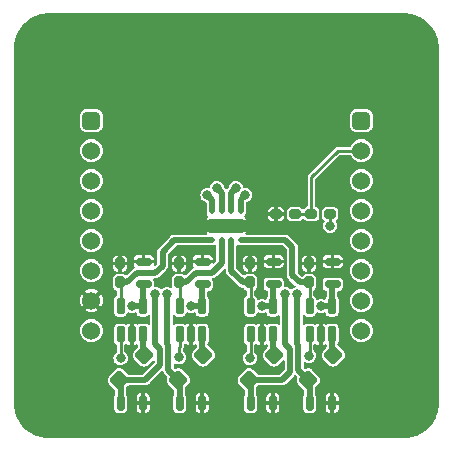
<source format=gbr>
%TF.GenerationSoftware,KiCad,Pcbnew,7.0.9-7.0.9~ubuntu22.04.1*%
%TF.CreationDate,2024-03-19T19:09:07+02:00*%
%TF.ProjectId,rgbw-light,72676277-2d6c-4696-9768-742e6b696361,rev?*%
%TF.SameCoordinates,Original*%
%TF.FileFunction,Copper,L1,Top*%
%TF.FilePolarity,Positive*%
%FSLAX46Y46*%
G04 Gerber Fmt 4.6, Leading zero omitted, Abs format (unit mm)*
G04 Created by KiCad (PCBNEW 7.0.9-7.0.9~ubuntu22.04.1) date 2024-03-19 19:09:07*
%MOMM*%
%LPD*%
G01*
G04 APERTURE LIST*
G04 Aperture macros list*
%AMRoundRect*
0 Rectangle with rounded corners*
0 $1 Rounding radius*
0 $2 $3 $4 $5 $6 $7 $8 $9 X,Y pos of 4 corners*
0 Add a 4 corners polygon primitive as box body*
4,1,4,$2,$3,$4,$5,$6,$7,$8,$9,$2,$3,0*
0 Add four circle primitives for the rounded corners*
1,1,$1+$1,$2,$3*
1,1,$1+$1,$4,$5*
1,1,$1+$1,$6,$7*
1,1,$1+$1,$8,$9*
0 Add four rect primitives between the rounded corners*
20,1,$1+$1,$2,$3,$4,$5,0*
20,1,$1+$1,$4,$5,$6,$7,0*
20,1,$1+$1,$6,$7,$8,$9,0*
20,1,$1+$1,$8,$9,$2,$3,0*%
G04 Aperture macros list end*
%TA.AperFunction,SMDPad,CuDef*%
%ADD10RoundRect,0.200000X-0.285000X-0.200000X0.285000X-0.200000X0.285000X0.200000X-0.285000X0.200000X0*%
%TD*%
%TA.AperFunction,ComponentPad*%
%ADD11C,1.524000*%
%TD*%
%TA.AperFunction,ComponentPad*%
%ADD12RoundRect,0.381000X-0.381000X-0.381000X0.381000X-0.381000X0.381000X0.381000X-0.381000X0.381000X0*%
%TD*%
%TA.AperFunction,SMDPad,CuDef*%
%ADD13RoundRect,0.200000X-0.200000X0.285000X-0.200000X-0.285000X0.200000X-0.285000X0.200000X0.285000X0*%
%TD*%
%TA.AperFunction,SMDPad,CuDef*%
%ADD14RoundRect,0.175000X-0.175000X-0.475000X0.175000X-0.475000X0.175000X0.475000X-0.175000X0.475000X0*%
%TD*%
%TA.AperFunction,SMDPad,CuDef*%
%ADD15RoundRect,0.325000X0.000000X0.459619X-0.459619X0.000000X0.000000X-0.459619X0.459619X0.000000X0*%
%TD*%
%TA.AperFunction,SMDPad,CuDef*%
%ADD16RoundRect,0.175000X0.475000X-0.175000X0.475000X0.175000X-0.475000X0.175000X-0.475000X-0.175000X0*%
%TD*%
%TA.AperFunction,SMDPad,CuDef*%
%ADD17RoundRect,0.175000X0.175000X-0.525000X0.175000X0.525000X-0.175000X0.525000X-0.175000X-0.525000X0*%
%TD*%
%TA.AperFunction,SMDPad,CuDef*%
%ADD18R,2.850000X1.150000*%
%TD*%
%TA.AperFunction,SMDPad,CuDef*%
%ADD19R,0.450000X0.450000*%
%TD*%
%TA.AperFunction,SMDPad,CuDef*%
%ADD20RoundRect,0.112500X-0.112500X-0.112500X0.112500X-0.112500X0.112500X0.112500X-0.112500X0.112500X0*%
%TD*%
%TA.AperFunction,ViaPad*%
%ADD21C,0.800000*%
%TD*%
%TA.AperFunction,ViaPad*%
%ADD22C,4.000000*%
%TD*%
%TA.AperFunction,Conductor*%
%ADD23C,0.500000*%
%TD*%
%TA.AperFunction,Conductor*%
%ADD24C,0.250000*%
%TD*%
G04 APERTURE END LIST*
D10*
%TO.P,R5,1*%
%TO.N,/Temperature*%
X151130000Y-93730000D03*
%TO.P,R5,2*%
%TO.N,Net-(CN2-Pad8)*%
X152730000Y-93730000D03*
%TD*%
D11*
%TO.P,CN2,8*%
%TO.N,Net-(CN2-Pad8)*%
X155360000Y-103620000D03*
%TO.P,CN2,7*%
%TO.N,unconnected-(CN2-Pad7)*%
X155360000Y-101080000D03*
%TO.P,CN2,6*%
%TO.N,unconnected-(CN2-Pad6)*%
X155360000Y-98540000D03*
%TO.P,CN2,5*%
%TO.N,unconnected-(CN2-Pad5)*%
X155360000Y-96000000D03*
%TO.P,CN2,4*%
%TO.N,unconnected-(CN2-Pad4)*%
X155360000Y-93460000D03*
%TO.P,CN2,3*%
%TO.N,unconnected-(CN2-Pad3)*%
X155360000Y-90920000D03*
%TO.P,CN2,2*%
%TO.N,/Temperature*%
X155360000Y-88380000D03*
D12*
%TO.P,CN2,1*%
%TO.N,unconnected-(CN2-Pad1)*%
X155360000Y-85840000D03*
%TD*%
%TO.P,CN1,1*%
%TO.N,unconnected-(CN1-Pad1)*%
X132500000Y-85840000D03*
D11*
%TO.P,CN1,2*%
%TO.N,unconnected-(CN1-Pad2)*%
X132500000Y-88380000D03*
%TO.P,CN1,3*%
%TO.N,/R*%
X132500000Y-90920000D03*
%TO.P,CN1,4*%
%TO.N,/G*%
X132500000Y-93460000D03*
%TO.P,CN1,5*%
%TO.N,/B*%
X132500000Y-96000000D03*
%TO.P,CN1,6*%
%TO.N,/W*%
X132500000Y-98540000D03*
%TO.P,CN1,7*%
%TO.N,GND*%
X132500000Y-101080000D03*
%TO.P,CN1,8*%
%TO.N,5V*%
X132500000Y-103620000D03*
%TD*%
D13*
%TO.P,R4,1*%
%TO.N,GND*%
X150930000Y-97930000D03*
%TO.P,R4,2*%
%TO.N,Net-(D1D-K)*%
X150930000Y-99530000D03*
%TD*%
D14*
%TO.P,C4,1*%
%TO.N,Net-(D1B-A)*%
X139980000Y-109730000D03*
%TO.P,C4,2*%
%TO.N,GND*%
X141880000Y-109730000D03*
%TD*%
D15*
%TO.P,L2,1*%
%TO.N,Net-(IC2-SW)*%
X141990660Y-105669340D03*
%TO.P,L2,2*%
%TO.N,Net-(D1B-A)*%
X139869340Y-107790660D03*
%TD*%
D16*
%TO.P,C3,1*%
%TO.N,5V*%
X141930000Y-99680000D03*
%TO.P,C3,2*%
%TO.N,GND*%
X141930000Y-97780000D03*
%TD*%
D13*
%TO.P,R1,1*%
%TO.N,GND*%
X134930000Y-97930000D03*
%TO.P,R1,2*%
%TO.N,Net-(D1A-K)*%
X134930000Y-99530000D03*
%TD*%
D17*
%TO.P,IC3,1,EN*%
%TO.N,/B*%
X145980000Y-103930000D03*
%TO.P,IC3,2,GND*%
%TO.N,GND*%
X146930000Y-103930000D03*
%TO.P,IC3,3,SW*%
%TO.N,Net-(IC3-SW)*%
X147880000Y-103930000D03*
%TO.P,IC3,4,Vin*%
%TO.N,5V*%
X147880000Y-101530000D03*
%TO.P,IC3,5,FB*%
%TO.N,Net-(D1C-K)*%
X145980000Y-101530000D03*
%TD*%
D14*
%TO.P,C2,1*%
%TO.N,Net-(D1A-A)*%
X134980000Y-109730000D03*
%TO.P,C2,2*%
%TO.N,GND*%
X136880000Y-109730000D03*
%TD*%
D16*
%TO.P,C7,1*%
%TO.N,5V*%
X152930000Y-99680000D03*
%TO.P,C7,2*%
%TO.N,GND*%
X152930000Y-97780000D03*
%TD*%
D14*
%TO.P,C8,1*%
%TO.N,Net-(D1D-A)*%
X150980000Y-109730000D03*
%TO.P,C8,2*%
%TO.N,GND*%
X152880000Y-109730000D03*
%TD*%
D18*
%TO.P,D1,0*%
%TO.N,GND*%
X143930000Y-94730000D03*
D19*
%TO.P,D1,1,A*%
%TO.N,Net-(D1A-A)*%
X142730000Y-93530000D03*
D20*
%TO.P,D1,2,A*%
%TO.N,Net-(D1B-A)*%
X143530000Y-93530000D03*
%TO.P,D1,3,A*%
%TO.N,Net-(D1C-A)*%
X144330000Y-93530000D03*
%TO.P,D1,4,A*%
%TO.N,Net-(D1D-A)*%
X145130000Y-93530000D03*
%TO.P,D1,5,K*%
%TO.N,Net-(D1D-K)*%
X145130000Y-95930000D03*
%TO.P,D1,6,K*%
%TO.N,Net-(D1C-K)*%
X144330000Y-95930000D03*
%TO.P,D1,7,K*%
%TO.N,Net-(D1B-K)*%
X143530000Y-95930000D03*
%TO.P,D1,8,K*%
%TO.N,Net-(D1A-K)*%
X142730000Y-95930000D03*
%TD*%
D17*
%TO.P,IC2,1,EN*%
%TO.N,/G*%
X139980000Y-103930000D03*
%TO.P,IC2,2,GND*%
%TO.N,GND*%
X140930000Y-103930000D03*
%TO.P,IC2,3,SW*%
%TO.N,Net-(IC2-SW)*%
X141880000Y-103930000D03*
%TO.P,IC2,4,Vin*%
%TO.N,5V*%
X141880000Y-101530000D03*
%TO.P,IC2,5,FB*%
%TO.N,Net-(D1B-K)*%
X139980000Y-101530000D03*
%TD*%
D16*
%TO.P,C1,1*%
%TO.N,5V*%
X136930000Y-99680000D03*
%TO.P,C1,2*%
%TO.N,GND*%
X136930000Y-97780000D03*
%TD*%
D17*
%TO.P,IC4,1,EN*%
%TO.N,/W*%
X150980000Y-103930000D03*
%TO.P,IC4,2,GND*%
%TO.N,GND*%
X151930000Y-103930000D03*
%TO.P,IC4,3,SW*%
%TO.N,Net-(IC4-SW)*%
X152880000Y-103930000D03*
%TO.P,IC4,4,Vin*%
%TO.N,5V*%
X152880000Y-101530000D03*
%TO.P,IC4,5,FB*%
%TO.N,Net-(D1D-K)*%
X150980000Y-101530000D03*
%TD*%
D13*
%TO.P,R3,1*%
%TO.N,GND*%
X145930000Y-97930000D03*
%TO.P,R3,2*%
%TO.N,Net-(D1C-K)*%
X145930000Y-99530000D03*
%TD*%
D15*
%TO.P,L3,1*%
%TO.N,Net-(IC3-SW)*%
X147990660Y-105669340D03*
%TO.P,L3,2*%
%TO.N,Net-(D1C-A)*%
X145869340Y-107790660D03*
%TD*%
D17*
%TO.P,IC1,1,EN*%
%TO.N,/R*%
X134980000Y-103930000D03*
%TO.P,IC1,2,GND*%
%TO.N,GND*%
X135930000Y-103930000D03*
%TO.P,IC1,3,SW*%
%TO.N,Net-(IC1-SW)*%
X136880000Y-103930000D03*
%TO.P,IC1,4,Vin*%
%TO.N,5V*%
X136880000Y-101530000D03*
%TO.P,IC1,5,FB*%
%TO.N,Net-(D1A-K)*%
X134980000Y-101530000D03*
%TD*%
D10*
%TO.P,NTC1,1*%
%TO.N,GND*%
X148130000Y-93730000D03*
%TO.P,NTC1,2*%
%TO.N,/Temperature*%
X149730000Y-93730000D03*
%TD*%
D16*
%TO.P,C5,1*%
%TO.N,5V*%
X147930000Y-99680000D03*
%TO.P,C5,2*%
%TO.N,GND*%
X147930000Y-97780000D03*
%TD*%
D14*
%TO.P,C6,1*%
%TO.N,Net-(D1C-A)*%
X145980000Y-109730000D03*
%TO.P,C6,2*%
%TO.N,GND*%
X147880000Y-109730000D03*
%TD*%
D13*
%TO.P,R2,1*%
%TO.N,GND*%
X139930000Y-97930000D03*
%TO.P,R2,2*%
%TO.N,Net-(D1B-K)*%
X139930000Y-99530000D03*
%TD*%
D15*
%TO.P,L1,1*%
%TO.N,Net-(IC1-SW)*%
X136990660Y-105669340D03*
%TO.P,L1,2*%
%TO.N,Net-(D1A-A)*%
X134869340Y-107790660D03*
%TD*%
%TO.P,L4,1*%
%TO.N,Net-(IC4-SW)*%
X152990660Y-105669340D03*
%TO.P,L4,2*%
%TO.N,Net-(D1D-A)*%
X150869340Y-107790660D03*
%TD*%
D21*
%TO.N,GND*%
X154430000Y-109730000D03*
X149430000Y-109730000D03*
X143930000Y-109730000D03*
X138430000Y-109730000D03*
X143930000Y-90480000D03*
X151930000Y-102730000D03*
X146930000Y-102730000D03*
X140930000Y-102730000D03*
X135930000Y-102730000D03*
X151830000Y-100430000D03*
X146830000Y-100430000D03*
%TO.N,/W*%
X150930000Y-105730000D03*
%TO.N,/B*%
X145930000Y-105930000D03*
%TO.N,/G*%
X139930000Y-105879500D03*
%TO.N,/R*%
X134980000Y-105954500D03*
%TO.N,GND*%
X143930000Y-102730000D03*
X138530000Y-91930000D03*
X136130000Y-96330000D03*
X151730000Y-96330000D03*
%TO.N,Net-(CN2-Pad8)*%
X152730000Y-94730000D03*
%TO.N,GND*%
X143930000Y-100130000D03*
X149330000Y-91930000D03*
X145930000Y-94730000D03*
X141930000Y-94730000D03*
X144730000Y-94730000D03*
X143130000Y-94730000D03*
X140730000Y-96930000D03*
X146730000Y-96930000D03*
%TO.N,Net-(D1D-A)*%
X145530000Y-92130000D03*
X149930000Y-100530000D03*
%TO.N,Net-(D1C-A)*%
X144730000Y-91530000D03*
X148930000Y-100530000D03*
%TO.N,Net-(D1B-A)*%
X143130000Y-91530000D03*
X138930000Y-100530000D03*
%TO.N,Net-(D1A-A)*%
X142330000Y-92130000D03*
X137930000Y-100530000D03*
%TO.N,5V*%
X135930000Y-101530000D03*
X140930000Y-101530000D03*
X146930000Y-101530000D03*
X151930000Y-101530000D03*
D22*
%TO.N,GND*%
X128930000Y-79730000D03*
X158930000Y-79730000D03*
X128930000Y-109730000D03*
X158930000Y-109730000D03*
%TD*%
D23*
%TO.N,Net-(D1B-A)*%
X138930000Y-100530000D02*
X138930000Y-104740050D01*
X138930000Y-104740050D02*
X139030000Y-104840051D01*
X139030000Y-104840051D02*
X139030000Y-106951320D01*
X139030000Y-106951320D02*
X139869340Y-107790660D01*
D24*
%TO.N,/Temperature*%
X151130000Y-93730000D02*
X151130000Y-90630000D01*
X151130000Y-90630000D02*
X153380000Y-88380000D01*
X153380000Y-88380000D02*
X155360000Y-88380000D01*
%TO.N,/R*%
X134980000Y-105954500D02*
X134980000Y-103930000D01*
%TO.N,/W*%
X150930000Y-105730000D02*
X150980000Y-105680000D01*
X150980000Y-105680000D02*
X150980000Y-103930000D01*
%TO.N,/B*%
X145930000Y-105930000D02*
X145980000Y-105880000D01*
X145980000Y-105880000D02*
X145980000Y-103930000D01*
D23*
%TO.N,Net-(D1D-A)*%
X149930000Y-100530000D02*
X149930000Y-104740050D01*
X149930000Y-104740050D02*
X150030000Y-104840051D01*
X150030000Y-104840051D02*
X150030000Y-106951320D01*
X150030000Y-106951320D02*
X150869340Y-107790660D01*
D24*
%TO.N,/G*%
X139930000Y-105879500D02*
X139930000Y-105026878D01*
X139930000Y-105026878D02*
X139980000Y-104976878D01*
X139980000Y-104976878D02*
X139980000Y-103930000D01*
%TO.N,Net-(D1D-K)*%
X150980000Y-101530000D02*
X150980000Y-99580000D01*
X150980000Y-99580000D02*
X150930000Y-99530000D01*
%TO.N,Net-(D1C-K)*%
X145980000Y-101530000D02*
X145980000Y-99580000D01*
X145980000Y-99580000D02*
X145930000Y-99530000D01*
%TO.N,Net-(D1A-K)*%
X134980000Y-101530000D02*
X134980000Y-99580000D01*
X134980000Y-99580000D02*
X134930000Y-99530000D01*
%TO.N,Net-(D1B-K)*%
X139980000Y-101530000D02*
X139980000Y-99580000D01*
X139980000Y-99580000D02*
X139930000Y-99530000D01*
%TO.N,Net-(CN2-Pad8)*%
X152730000Y-93730000D02*
X152730000Y-94730000D01*
%TO.N,/Temperature*%
X149730000Y-93730000D02*
X151130000Y-93730000D01*
D23*
%TO.N,Net-(D1C-K)*%
X144330000Y-95930000D02*
X144330000Y-98530000D01*
X144330000Y-98530000D02*
X145330000Y-99530000D01*
X145330000Y-99530000D02*
X145930000Y-99530000D01*
%TO.N,Net-(D1A-K)*%
X142730000Y-95930000D02*
X139530000Y-95930000D01*
X139530000Y-95930000D02*
X138530000Y-96930000D01*
X138530000Y-96930000D02*
X138530000Y-98130000D01*
X137930000Y-98730000D02*
X136330000Y-98730000D01*
X138530000Y-98130000D02*
X137930000Y-98730000D01*
X136330000Y-98730000D02*
X135530000Y-99530000D01*
X135530000Y-99530000D02*
X134930000Y-99530000D01*
%TO.N,Net-(D1B-K)*%
X143530000Y-95930000D02*
X143530000Y-97930000D01*
X140530000Y-99530000D02*
X139930000Y-99530000D01*
X143530000Y-97930000D02*
X142730000Y-98730000D01*
X142730000Y-98730000D02*
X141330000Y-98730000D01*
X141330000Y-98730000D02*
X140530000Y-99530000D01*
%TO.N,Net-(D1D-K)*%
X145130000Y-95930000D02*
X148930000Y-95930000D01*
X148930000Y-95930000D02*
X149530000Y-96530000D01*
X149530000Y-98930000D02*
X150130000Y-99530000D01*
X149530000Y-96530000D02*
X149530000Y-98930000D01*
X150130000Y-99530000D02*
X150930000Y-99530000D01*
%TO.N,Net-(D1C-A)*%
X145869340Y-107790660D02*
X148669340Y-107790660D01*
X148669340Y-107790660D02*
X149330000Y-107130000D01*
X149330000Y-107130000D02*
X149330000Y-105130000D01*
X149330000Y-105130000D02*
X148930000Y-104730000D01*
X148930000Y-104730000D02*
X148930000Y-100530000D01*
X144730000Y-91530000D02*
X144330000Y-91930000D01*
X144330000Y-91930000D02*
X144330000Y-93530000D01*
%TO.N,Net-(D1D-A)*%
X145530000Y-92130000D02*
X145130000Y-92530000D01*
X145130000Y-92530000D02*
X145130000Y-93530000D01*
%TO.N,Net-(D1B-A)*%
X143530000Y-91930000D02*
X143530000Y-93530000D01*
X143130000Y-91530000D02*
X143530000Y-91930000D01*
%TO.N,Net-(D1A-A)*%
X137930000Y-100530000D02*
X137930000Y-104730000D01*
X137930000Y-104730000D02*
X138330000Y-105130000D01*
X137069340Y-107790660D02*
X134869340Y-107790660D01*
X138330000Y-105130000D02*
X138330000Y-106530000D01*
X138330000Y-106530000D02*
X137069340Y-107790660D01*
X142730000Y-92530000D02*
X142730000Y-93530000D01*
X142330000Y-92130000D02*
X142730000Y-92530000D01*
%TO.N,Net-(D1D-A)*%
X150980000Y-109730000D02*
X150980000Y-107901320D01*
X150980000Y-107901320D02*
X150869340Y-107790660D01*
%TO.N,Net-(D1C-A)*%
X145980000Y-109730000D02*
X145980000Y-107901320D01*
X145980000Y-107901320D02*
X145869340Y-107790660D01*
%TO.N,Net-(D1B-A)*%
X139980000Y-109730000D02*
X139980000Y-107901320D01*
X139980000Y-107901320D02*
X139869340Y-107790660D01*
%TO.N,Net-(D1A-A)*%
X134980000Y-109730000D02*
X134980000Y-107901320D01*
X134980000Y-107901320D02*
X134869340Y-107790660D01*
%TO.N,Net-(IC4-SW)*%
X152880000Y-103930000D02*
X152880000Y-105558680D01*
X152880000Y-105558680D02*
X152990660Y-105669340D01*
%TO.N,Net-(IC3-SW)*%
X147880000Y-103930000D02*
X147880000Y-105558680D01*
X147880000Y-105558680D02*
X147990660Y-105669340D01*
%TO.N,Net-(IC2-SW)*%
X141880000Y-103930000D02*
X141880000Y-105558680D01*
X141880000Y-105558680D02*
X141990660Y-105669340D01*
%TO.N,Net-(IC1-SW)*%
X136880000Y-103930000D02*
X136880000Y-105558680D01*
X136880000Y-105558680D02*
X136990660Y-105669340D01*
%TO.N,5V*%
X135930000Y-101530000D02*
X136880000Y-101530000D01*
X140930000Y-101530000D02*
X141880000Y-101530000D01*
X146930000Y-101530000D02*
X147880000Y-101530000D01*
X151930000Y-101530000D02*
X152880000Y-101530000D01*
X152880000Y-101530000D02*
X152880000Y-99730000D01*
X152880000Y-99730000D02*
X152930000Y-99680000D01*
X147880000Y-101530000D02*
X147880000Y-99730000D01*
X147880000Y-99730000D02*
X147930000Y-99680000D01*
X141880000Y-101530000D02*
X141880000Y-99730000D01*
X141880000Y-99730000D02*
X141930000Y-99680000D01*
X136880000Y-101530000D02*
X136880000Y-99730000D01*
X136880000Y-99730000D02*
X136930000Y-99680000D01*
%TD*%
%TA.AperFunction,Conductor*%
%TO.N,GND*%
G36*
X144921335Y-96343015D02*
G01*
X144935240Y-96349499D01*
X144972946Y-96354463D01*
X144989191Y-96358011D01*
X145062098Y-96380500D01*
X148702389Y-96380500D01*
X148760580Y-96399407D01*
X148772392Y-96409496D01*
X149050503Y-96687606D01*
X149078281Y-96742123D01*
X149079500Y-96757610D01*
X149079500Y-98901913D01*
X149079189Y-98907459D01*
X149074730Y-98947034D01*
X149074730Y-98947036D01*
X149085788Y-99005479D01*
X149094652Y-99064287D01*
X149096840Y-99071381D01*
X149096417Y-99071511D01*
X149097109Y-99073613D01*
X149097526Y-99073468D01*
X149099975Y-99080468D01*
X149127777Y-99133073D01*
X149153574Y-99186641D01*
X149157753Y-99192770D01*
X149157389Y-99193017D01*
X149158677Y-99194831D01*
X149159030Y-99194571D01*
X149163431Y-99200535D01*
X149205495Y-99242599D01*
X149245944Y-99286194D01*
X149251743Y-99290818D01*
X149251467Y-99291163D01*
X149262600Y-99299704D01*
X149763657Y-99800760D01*
X149791434Y-99855277D01*
X149781863Y-99915709D01*
X149738598Y-99958974D01*
X149731539Y-99962228D01*
X149627160Y-100005463D01*
X149501715Y-100101719D01*
X149499998Y-100103437D01*
X149498449Y-100104225D01*
X149496570Y-100105668D01*
X149496302Y-100105319D01*
X149445479Y-100131210D01*
X149385048Y-100121634D01*
X149360002Y-100103437D01*
X149358284Y-100101719D01*
X149232838Y-100005462D01*
X149086766Y-99944957D01*
X149086758Y-99944955D01*
X148930001Y-99924318D01*
X148929999Y-99924318D01*
X148892422Y-99929265D01*
X148832261Y-99918115D01*
X148790144Y-99873732D01*
X148780500Y-99831112D01*
X148780500Y-99469367D01*
X148775280Y-99433536D01*
X148769866Y-99396375D01*
X148714826Y-99283789D01*
X148626211Y-99195174D01*
X148608756Y-99186641D01*
X148513625Y-99140134D01*
X148513626Y-99140134D01*
X148495377Y-99137475D01*
X148440636Y-99129500D01*
X147419364Y-99129500D01*
X147375570Y-99135880D01*
X147346373Y-99140134D01*
X147233790Y-99195173D01*
X147145173Y-99283790D01*
X147090134Y-99396373D01*
X147090134Y-99396375D01*
X147079500Y-99469364D01*
X147079500Y-99890636D01*
X147083153Y-99915709D01*
X147090134Y-99963626D01*
X147127057Y-100039153D01*
X147145174Y-100076211D01*
X147233789Y-100164826D01*
X147346375Y-100219866D01*
X147346379Y-100219866D01*
X147353717Y-100222134D01*
X147353203Y-100223796D01*
X147399629Y-100246731D01*
X147428081Y-100300899D01*
X147429500Y-100317598D01*
X147429500Y-100708455D01*
X147410593Y-100766646D01*
X147400507Y-100778455D01*
X147395176Y-100783785D01*
X147395174Y-100783788D01*
X147340134Y-100896373D01*
X147340134Y-100896374D01*
X147340134Y-100896375D01*
X147337376Y-100915303D01*
X147310277Y-100970158D01*
X147256109Y-100998610D01*
X147201526Y-100992492D01*
X147086767Y-100944957D01*
X147086758Y-100944955D01*
X146930001Y-100924318D01*
X146929999Y-100924318D01*
X146773241Y-100944955D01*
X146773232Y-100944957D01*
X146658473Y-100992492D01*
X146597476Y-100997292D01*
X146545307Y-100965323D01*
X146522623Y-100915301D01*
X146519866Y-100896375D01*
X146464826Y-100783789D01*
X146376211Y-100695174D01*
X146361018Y-100687746D01*
X146317045Y-100645203D01*
X146305500Y-100598806D01*
X146305500Y-100235737D01*
X146324407Y-100177546D01*
X146359556Y-100147527D01*
X146368338Y-100143052D01*
X146368337Y-100143052D01*
X146368342Y-100143050D01*
X146458050Y-100053342D01*
X146515646Y-99940304D01*
X146530500Y-99846519D01*
X146530499Y-99213482D01*
X146517765Y-99133073D01*
X146515647Y-99119700D01*
X146515646Y-99119698D01*
X146515646Y-99119696D01*
X146458050Y-99006658D01*
X146368342Y-98916950D01*
X146255304Y-98859354D01*
X146255305Y-98859354D01*
X146161522Y-98844500D01*
X145698479Y-98844500D01*
X145698476Y-98844501D01*
X145604700Y-98859352D01*
X145604695Y-98859354D01*
X145491658Y-98916950D01*
X145485353Y-98921531D01*
X145484317Y-98920105D01*
X145438319Y-98943529D01*
X145377889Y-98933943D01*
X145352851Y-98915748D01*
X144809496Y-98372393D01*
X144781719Y-98317876D01*
X144780500Y-98302389D01*
X144780500Y-98246485D01*
X145330001Y-98246485D01*
X145344833Y-98340141D01*
X145344836Y-98340151D01*
X145402358Y-98453043D01*
X145491956Y-98542641D01*
X145604848Y-98600163D01*
X145604852Y-98600164D01*
X145698515Y-98614999D01*
X145779999Y-98614998D01*
X145780000Y-98614998D01*
X146080000Y-98614998D01*
X146080001Y-98614999D01*
X146161483Y-98614999D01*
X146161485Y-98614998D01*
X146255141Y-98600166D01*
X146255151Y-98600163D01*
X146368043Y-98542641D01*
X146457641Y-98453043D01*
X146515163Y-98340151D01*
X146515164Y-98340147D01*
X146530000Y-98246484D01*
X146530000Y-98080001D01*
X146529999Y-98080000D01*
X146080001Y-98080000D01*
X146080000Y-98080001D01*
X146080000Y-98614998D01*
X145780000Y-98614998D01*
X145780000Y-98080001D01*
X145779999Y-98080000D01*
X145330002Y-98080000D01*
X145330001Y-98080001D01*
X145330001Y-98246485D01*
X144780500Y-98246485D01*
X144780500Y-97990584D01*
X147080000Y-97990584D01*
X147090620Y-98063480D01*
X147145586Y-98175915D01*
X147234084Y-98264413D01*
X147346519Y-98319379D01*
X147419415Y-98330000D01*
X147779999Y-98330000D01*
X147780000Y-98329999D01*
X148080000Y-98329999D01*
X148080001Y-98330000D01*
X148440584Y-98330000D01*
X148513480Y-98319379D01*
X148625915Y-98264413D01*
X148714413Y-98175915D01*
X148769379Y-98063480D01*
X148780000Y-97990584D01*
X148780000Y-97930001D01*
X148779999Y-97930000D01*
X148080001Y-97930000D01*
X148080000Y-97930001D01*
X148080000Y-98329999D01*
X147780000Y-98329999D01*
X147780000Y-97930001D01*
X147779999Y-97930000D01*
X147080001Y-97930000D01*
X147080000Y-97930001D01*
X147080000Y-97990584D01*
X144780500Y-97990584D01*
X144780500Y-97779999D01*
X145330000Y-97779999D01*
X145330001Y-97780000D01*
X145779999Y-97780000D01*
X145780000Y-97779999D01*
X146080000Y-97779999D01*
X146080001Y-97780000D01*
X146529998Y-97780000D01*
X146529999Y-97779999D01*
X146529999Y-97629999D01*
X147080000Y-97629999D01*
X147080001Y-97630000D01*
X147779999Y-97630000D01*
X147780000Y-97629999D01*
X148080000Y-97629999D01*
X148080001Y-97630000D01*
X148779999Y-97630000D01*
X148780000Y-97629999D01*
X148780000Y-97569415D01*
X148769379Y-97496519D01*
X148714413Y-97384084D01*
X148625915Y-97295586D01*
X148513480Y-97240620D01*
X148440585Y-97230000D01*
X148080001Y-97230000D01*
X148080000Y-97230001D01*
X148080000Y-97629999D01*
X147780000Y-97629999D01*
X147780000Y-97230001D01*
X147779999Y-97230000D01*
X147419415Y-97230000D01*
X147346519Y-97240620D01*
X147234084Y-97295586D01*
X147145586Y-97384084D01*
X147090620Y-97496519D01*
X147080000Y-97569415D01*
X147080000Y-97629999D01*
X146529999Y-97629999D01*
X146529999Y-97613516D01*
X146529998Y-97613514D01*
X146515166Y-97519858D01*
X146515163Y-97519848D01*
X146457641Y-97406956D01*
X146368043Y-97317358D01*
X146255151Y-97259836D01*
X146255147Y-97259835D01*
X146161484Y-97245000D01*
X146080001Y-97245000D01*
X146080000Y-97245001D01*
X146080000Y-97779999D01*
X145780000Y-97779999D01*
X145780000Y-97245001D01*
X145779998Y-97244999D01*
X145698517Y-97245000D01*
X145698514Y-97245001D01*
X145604858Y-97259833D01*
X145604848Y-97259836D01*
X145491956Y-97317358D01*
X145402358Y-97406956D01*
X145344836Y-97519848D01*
X145344835Y-97519852D01*
X145330000Y-97613515D01*
X145330000Y-97779999D01*
X144780500Y-97779999D01*
X144780500Y-96432741D01*
X144799407Y-96374550D01*
X144848907Y-96338586D01*
X144910093Y-96338586D01*
X144921335Y-96343015D01*
G37*
%TD.AperFunction*%
%TA.AperFunction,Conductor*%
G36*
X143052902Y-96365221D02*
G01*
X143078762Y-96420673D01*
X143079500Y-96432741D01*
X143079500Y-97702388D01*
X143060593Y-97760579D01*
X143050503Y-97772392D01*
X142906450Y-97916444D01*
X142851934Y-97944221D01*
X142791502Y-97934649D01*
X142785103Y-97930000D01*
X141080001Y-97930000D01*
X141080000Y-97930001D01*
X141080000Y-97990584D01*
X141090620Y-98063480D01*
X141145586Y-98175915D01*
X141150354Y-98182593D01*
X141148552Y-98183879D01*
X141171137Y-98228206D01*
X141161566Y-98288638D01*
X141118301Y-98331903D01*
X141116313Y-98332888D01*
X141073356Y-98353575D01*
X141067229Y-98357753D01*
X141066984Y-98357393D01*
X141065168Y-98358681D01*
X141065427Y-98359032D01*
X141059458Y-98363437D01*
X141017400Y-98405495D01*
X140973805Y-98445945D01*
X140969179Y-98451746D01*
X140968835Y-98451471D01*
X140960297Y-98462596D01*
X140507147Y-98915747D01*
X140452630Y-98943525D01*
X140392198Y-98933954D01*
X140374803Y-98921316D01*
X140374647Y-98921531D01*
X140368344Y-98916952D01*
X140368342Y-98916950D01*
X140255304Y-98859354D01*
X140255305Y-98859354D01*
X140161522Y-98844500D01*
X139698479Y-98844500D01*
X139698476Y-98844501D01*
X139604700Y-98859352D01*
X139604695Y-98859354D01*
X139491659Y-98916949D01*
X139401949Y-99006659D01*
X139344354Y-99119695D01*
X139329500Y-99213477D01*
X139329500Y-99846517D01*
X139335575Y-99884874D01*
X139326001Y-99945305D01*
X139282736Y-99988569D01*
X139222303Y-99998139D01*
X139199908Y-99991822D01*
X139086766Y-99944957D01*
X139086758Y-99944955D01*
X138930001Y-99924318D01*
X138929999Y-99924318D01*
X138773241Y-99944955D01*
X138773233Y-99944957D01*
X138627161Y-100005462D01*
X138627160Y-100005462D01*
X138501715Y-100101719D01*
X138499998Y-100103437D01*
X138498449Y-100104225D01*
X138496570Y-100105668D01*
X138496302Y-100105319D01*
X138445479Y-100131210D01*
X138385048Y-100121634D01*
X138360002Y-100103437D01*
X138358284Y-100101719D01*
X138232838Y-100005462D01*
X138086766Y-99944957D01*
X138086758Y-99944955D01*
X137930001Y-99924318D01*
X137929999Y-99924318D01*
X137892422Y-99929265D01*
X137832261Y-99918115D01*
X137790144Y-99873732D01*
X137780500Y-99831112D01*
X137780500Y-99469367D01*
X137775280Y-99433536D01*
X137769866Y-99396375D01*
X137733986Y-99322981D01*
X137725414Y-99262399D01*
X137754089Y-99208349D01*
X137809057Y-99181476D01*
X137822926Y-99180500D01*
X137901913Y-99180500D01*
X137907459Y-99180811D01*
X137947035Y-99185270D01*
X138005479Y-99174211D01*
X138064287Y-99165348D01*
X138064294Y-99165344D01*
X138071381Y-99163159D01*
X138071512Y-99163584D01*
X138073613Y-99162892D01*
X138073467Y-99162473D01*
X138080464Y-99160024D01*
X138080472Y-99160023D01*
X138094322Y-99152702D01*
X138133072Y-99132223D01*
X138159857Y-99119323D01*
X138186642Y-99106425D01*
X138186646Y-99106421D01*
X138192778Y-99102242D01*
X138193028Y-99102609D01*
X138194832Y-99101329D01*
X138194568Y-99100971D01*
X138200529Y-99096570D01*
X138200538Y-99096566D01*
X138242599Y-99054504D01*
X138286194Y-99014055D01*
X138286198Y-99014047D01*
X138290820Y-99008253D01*
X138291166Y-99008529D01*
X138299703Y-98997399D01*
X138828699Y-98468402D01*
X138832830Y-98464710D01*
X138863970Y-98439879D01*
X138897480Y-98390728D01*
X138932793Y-98342882D01*
X138932796Y-98342873D01*
X138936263Y-98336316D01*
X138936655Y-98336523D01*
X138937651Y-98334550D01*
X138937252Y-98334358D01*
X138940468Y-98327677D01*
X138940472Y-98327673D01*
X138958007Y-98270822D01*
X138966523Y-98246485D01*
X139330001Y-98246485D01*
X139344833Y-98340141D01*
X139344836Y-98340151D01*
X139402358Y-98453043D01*
X139491956Y-98542641D01*
X139604848Y-98600163D01*
X139604852Y-98600164D01*
X139698515Y-98614999D01*
X139779999Y-98614998D01*
X139780000Y-98614998D01*
X140080000Y-98614998D01*
X140080001Y-98614999D01*
X140161483Y-98614999D01*
X140161485Y-98614998D01*
X140255141Y-98600166D01*
X140255151Y-98600163D01*
X140368043Y-98542641D01*
X140457641Y-98453043D01*
X140515163Y-98340151D01*
X140515164Y-98340147D01*
X140530000Y-98246484D01*
X140530000Y-98080001D01*
X140529999Y-98080000D01*
X140080001Y-98080000D01*
X140080000Y-98080001D01*
X140080000Y-98614998D01*
X139780000Y-98614998D01*
X139780000Y-98080001D01*
X139779999Y-98080000D01*
X139330002Y-98080000D01*
X139330001Y-98080001D01*
X139330001Y-98246485D01*
X138966523Y-98246485D01*
X138977646Y-98214699D01*
X138977646Y-98214697D01*
X138979026Y-98207407D01*
X138979460Y-98207489D01*
X138979832Y-98205303D01*
X138979394Y-98205237D01*
X138980500Y-98197900D01*
X138980500Y-98138427D01*
X138982194Y-98093143D01*
X138982724Y-98078990D01*
X138982722Y-98078982D01*
X138981893Y-98071618D01*
X138982331Y-98071568D01*
X138980500Y-98057657D01*
X138980500Y-97779999D01*
X139330000Y-97779999D01*
X139330001Y-97780000D01*
X139779999Y-97780000D01*
X139780000Y-97779999D01*
X140080000Y-97779999D01*
X140080001Y-97780000D01*
X140529998Y-97780000D01*
X140529999Y-97779999D01*
X140529999Y-97629999D01*
X141080000Y-97629999D01*
X141080001Y-97630000D01*
X141779999Y-97630000D01*
X141780000Y-97629999D01*
X142080000Y-97629999D01*
X142080001Y-97630000D01*
X142779999Y-97630000D01*
X142780000Y-97629999D01*
X142780000Y-97569415D01*
X142769379Y-97496519D01*
X142714413Y-97384084D01*
X142625915Y-97295586D01*
X142513480Y-97240620D01*
X142440585Y-97230000D01*
X142080001Y-97230000D01*
X142080000Y-97230001D01*
X142080000Y-97629999D01*
X141780000Y-97629999D01*
X141780000Y-97230001D01*
X141779999Y-97230000D01*
X141419415Y-97230000D01*
X141346519Y-97240620D01*
X141234084Y-97295586D01*
X141145586Y-97384084D01*
X141090620Y-97496519D01*
X141080000Y-97569415D01*
X141080000Y-97629999D01*
X140529999Y-97629999D01*
X140529999Y-97613516D01*
X140529998Y-97613514D01*
X140515166Y-97519858D01*
X140515163Y-97519848D01*
X140457641Y-97406956D01*
X140368043Y-97317358D01*
X140255151Y-97259836D01*
X140255147Y-97259835D01*
X140161484Y-97245000D01*
X140080001Y-97245000D01*
X140080000Y-97245001D01*
X140080000Y-97779999D01*
X139780000Y-97779999D01*
X139780000Y-97245001D01*
X139779998Y-97244999D01*
X139698517Y-97245000D01*
X139698514Y-97245001D01*
X139604858Y-97259833D01*
X139604848Y-97259836D01*
X139491956Y-97317358D01*
X139402358Y-97406956D01*
X139344836Y-97519848D01*
X139344835Y-97519852D01*
X139330000Y-97613515D01*
X139330000Y-97779999D01*
X138980500Y-97779999D01*
X138980500Y-97157611D01*
X138999407Y-97099420D01*
X139009496Y-97087607D01*
X139687607Y-96409496D01*
X139742124Y-96381719D01*
X139757611Y-96380500D01*
X142763757Y-96380500D01*
X142763762Y-96380500D01*
X142864287Y-96365348D01*
X142872531Y-96361377D01*
X142902563Y-96352420D01*
X142924760Y-96349499D01*
X142938658Y-96343017D01*
X142999388Y-96335559D01*
X143052902Y-96365221D01*
G37*
%TD.AperFunction*%
%TA.AperFunction,Conductor*%
G36*
X158931293Y-76730567D02*
G01*
X159063628Y-76737503D01*
X159247654Y-76747838D01*
X159252597Y-76748367D01*
X159405647Y-76772608D01*
X159568763Y-76800322D01*
X159573252Y-76801303D01*
X159726693Y-76842418D01*
X159856782Y-76879896D01*
X159882235Y-76887229D01*
X159886265Y-76888579D01*
X160036183Y-76946127D01*
X160184469Y-77007549D01*
X160187981Y-77009169D01*
X160273741Y-77052866D01*
X160331922Y-77082511D01*
X160471864Y-77159854D01*
X160474839Y-77161638D01*
X160610858Y-77249970D01*
X160610872Y-77249979D01*
X160741071Y-77342361D01*
X160743578Y-77344263D01*
X160868985Y-77445814D01*
X160870802Y-77447359D01*
X160987568Y-77551707D01*
X160988967Y-77552958D01*
X160990985Y-77554866D01*
X161105132Y-77669013D01*
X161107040Y-77671031D01*
X161212625Y-77789180D01*
X161214184Y-77791013D01*
X161315735Y-77916420D01*
X161317637Y-77918927D01*
X161410020Y-78049127D01*
X161498340Y-78185127D01*
X161500150Y-78188144D01*
X161577488Y-78328077D01*
X161650825Y-78472008D01*
X161652453Y-78475539D01*
X161713877Y-78623829D01*
X161771416Y-78773726D01*
X161772769Y-78777763D01*
X161817579Y-78933297D01*
X161858693Y-79086739D01*
X161859680Y-79091261D01*
X161887394Y-79254369D01*
X161911629Y-79407388D01*
X161912161Y-79412359D01*
X161922509Y-79596616D01*
X161929432Y-79728699D01*
X161929500Y-79731291D01*
X161929500Y-109728708D01*
X161929432Y-109731300D01*
X161922509Y-109863383D01*
X161912161Y-110047639D01*
X161911629Y-110052609D01*
X161887394Y-110205630D01*
X161859680Y-110368737D01*
X161858693Y-110373259D01*
X161817579Y-110526702D01*
X161772769Y-110682235D01*
X161771416Y-110686272D01*
X161713877Y-110836170D01*
X161652453Y-110984459D01*
X161650825Y-110987990D01*
X161577488Y-111131922D01*
X161500150Y-111271855D01*
X161498340Y-111274871D01*
X161410020Y-111410872D01*
X161317637Y-111541071D01*
X161315735Y-111543579D01*
X161214184Y-111668985D01*
X161212625Y-111670818D01*
X161107040Y-111788967D01*
X161105132Y-111790985D01*
X160990985Y-111905132D01*
X160988967Y-111907040D01*
X160870818Y-112012625D01*
X160868985Y-112014184D01*
X160743579Y-112115735D01*
X160741071Y-112117637D01*
X160610872Y-112210020D01*
X160474871Y-112298340D01*
X160471855Y-112300150D01*
X160331922Y-112377488D01*
X160187990Y-112450825D01*
X160184459Y-112452453D01*
X160036170Y-112513877D01*
X159886272Y-112571416D01*
X159882235Y-112572769D01*
X159726702Y-112617579D01*
X159573259Y-112658693D01*
X159568737Y-112659680D01*
X159405630Y-112687394D01*
X159252609Y-112711629D01*
X159247639Y-112712161D01*
X159063383Y-112722509D01*
X158966388Y-112727592D01*
X158931293Y-112729432D01*
X158928709Y-112729500D01*
X128931291Y-112729500D01*
X128928706Y-112729432D01*
X128890744Y-112727442D01*
X128796616Y-112722509D01*
X128612359Y-112712161D01*
X128607388Y-112711629D01*
X128454369Y-112687394D01*
X128291261Y-112659680D01*
X128286739Y-112658693D01*
X128133297Y-112617579D01*
X127977763Y-112572769D01*
X127973726Y-112571416D01*
X127823829Y-112513877D01*
X127675539Y-112452453D01*
X127672008Y-112450825D01*
X127528077Y-112377488D01*
X127388144Y-112300150D01*
X127385127Y-112298340D01*
X127249127Y-112210020D01*
X127118927Y-112117637D01*
X127116420Y-112115735D01*
X126991013Y-112014184D01*
X126989190Y-112012633D01*
X126871031Y-111907040D01*
X126869013Y-111905132D01*
X126754866Y-111790985D01*
X126752958Y-111788967D01*
X126751707Y-111787568D01*
X126647359Y-111670802D01*
X126645814Y-111668985D01*
X126544263Y-111543578D01*
X126542361Y-111541071D01*
X126449979Y-111410872D01*
X126421119Y-111366432D01*
X126361638Y-111274839D01*
X126359849Y-111271855D01*
X126282511Y-111131922D01*
X126209173Y-110987990D01*
X126207545Y-110984459D01*
X126146122Y-110836170D01*
X126134832Y-110806759D01*
X126088579Y-110686265D01*
X126087229Y-110682235D01*
X126057775Y-110579999D01*
X126042414Y-110526679D01*
X126039238Y-110514826D01*
X126001303Y-110373252D01*
X126000322Y-110368763D01*
X125972601Y-110205606D01*
X125948367Y-110052597D01*
X125947838Y-110047654D01*
X125937490Y-109863383D01*
X125930567Y-109731294D01*
X125930500Y-109728709D01*
X125930500Y-107790660D01*
X133879280Y-107790660D01*
X133898949Y-107933769D01*
X133898949Y-107933770D01*
X133956502Y-108066270D01*
X134009035Y-108133142D01*
X134009039Y-108133146D01*
X134009043Y-108133151D01*
X134500505Y-108624613D01*
X134528281Y-108679128D01*
X134529500Y-108694615D01*
X134529500Y-108958455D01*
X134510593Y-109016646D01*
X134500507Y-109028455D01*
X134495176Y-109033785D01*
X134495174Y-109033788D01*
X134440134Y-109146373D01*
X134440134Y-109146375D01*
X134429500Y-109219364D01*
X134429500Y-110240636D01*
X134438007Y-110299027D01*
X134440134Y-110313626D01*
X134467089Y-110368763D01*
X134495174Y-110426211D01*
X134583789Y-110514826D01*
X134696375Y-110569866D01*
X134769364Y-110580500D01*
X134769367Y-110580500D01*
X135190632Y-110580500D01*
X135190636Y-110580500D01*
X135263625Y-110569866D01*
X135376211Y-110514826D01*
X135464826Y-110426211D01*
X135519866Y-110313625D01*
X135530500Y-110240636D01*
X135530500Y-110240584D01*
X136330000Y-110240584D01*
X136340620Y-110313480D01*
X136395586Y-110425915D01*
X136484084Y-110514413D01*
X136596519Y-110569379D01*
X136669415Y-110580000D01*
X136729999Y-110580000D01*
X136730000Y-110579999D01*
X137030000Y-110579999D01*
X137030001Y-110580000D01*
X137090584Y-110580000D01*
X137163480Y-110569379D01*
X137275915Y-110514413D01*
X137364413Y-110425915D01*
X137419379Y-110313480D01*
X137430000Y-110240584D01*
X137430000Y-109880001D01*
X137429999Y-109880000D01*
X137030001Y-109880000D01*
X137030000Y-109880001D01*
X137030000Y-110579999D01*
X136730000Y-110579999D01*
X136730000Y-109880001D01*
X136729999Y-109880000D01*
X136330001Y-109880000D01*
X136330000Y-109880001D01*
X136330000Y-110240584D01*
X135530500Y-110240584D01*
X135530500Y-109579999D01*
X136330000Y-109579999D01*
X136330001Y-109580000D01*
X136729999Y-109580000D01*
X136730000Y-109579999D01*
X137030000Y-109579999D01*
X137030001Y-109580000D01*
X137429999Y-109580000D01*
X137430000Y-109579999D01*
X137430000Y-109219415D01*
X137419379Y-109146519D01*
X137364413Y-109034084D01*
X137275915Y-108945586D01*
X137163480Y-108890620D01*
X137090585Y-108880000D01*
X137030001Y-108880000D01*
X137030000Y-108880001D01*
X137030000Y-109579999D01*
X136730000Y-109579999D01*
X136730000Y-108880001D01*
X136729999Y-108880000D01*
X136669415Y-108880000D01*
X136596519Y-108890620D01*
X136484084Y-108945586D01*
X136395586Y-109034084D01*
X136340620Y-109146519D01*
X136330000Y-109219415D01*
X136330000Y-109579999D01*
X135530500Y-109579999D01*
X135530500Y-109219364D01*
X135519866Y-109146375D01*
X135464826Y-109033789D01*
X135464825Y-109033788D01*
X135464823Y-109033785D01*
X135459493Y-109028455D01*
X135431718Y-108973938D01*
X135430500Y-108958455D01*
X135430500Y-108473296D01*
X135449407Y-108415105D01*
X135459496Y-108403292D01*
X135592632Y-108270156D01*
X135647149Y-108242379D01*
X135662636Y-108241160D01*
X137041253Y-108241160D01*
X137046799Y-108241471D01*
X137086375Y-108245930D01*
X137144819Y-108234871D01*
X137203627Y-108226008D01*
X137203634Y-108226004D01*
X137210721Y-108223819D01*
X137210852Y-108224244D01*
X137212953Y-108223552D01*
X137212807Y-108223133D01*
X137219804Y-108220684D01*
X137219812Y-108220683D01*
X137233662Y-108213362D01*
X137272412Y-108192883D01*
X137299197Y-108179983D01*
X137325982Y-108167085D01*
X137325986Y-108167081D01*
X137332118Y-108162902D01*
X137332368Y-108163269D01*
X137334172Y-108161989D01*
X137333908Y-108161631D01*
X137339869Y-108157230D01*
X137339878Y-108157226D01*
X137381940Y-108115163D01*
X137425534Y-108074715D01*
X137425535Y-108074712D01*
X137425537Y-108074711D01*
X137430163Y-108068911D01*
X137430508Y-108069186D01*
X137439044Y-108058058D01*
X138435516Y-107061587D01*
X138490032Y-107033811D01*
X138550464Y-107043382D01*
X138593729Y-107086647D01*
X138598964Y-107098896D01*
X138599976Y-107101789D01*
X138599977Y-107101792D01*
X138613877Y-107128092D01*
X138627777Y-107154393D01*
X138653574Y-107207961D01*
X138657753Y-107214090D01*
X138657389Y-107214337D01*
X138658677Y-107216151D01*
X138659030Y-107215891D01*
X138663431Y-107221855D01*
X138705495Y-107263919D01*
X138745944Y-107307514D01*
X138751743Y-107312138D01*
X138751467Y-107312483D01*
X138762594Y-107321018D01*
X138908897Y-107467320D01*
X138936673Y-107521835D01*
X138929696Y-107576763D01*
X138898950Y-107647546D01*
X138898949Y-107647550D01*
X138879280Y-107790659D01*
X138879280Y-107790660D01*
X138898949Y-107933769D01*
X138898949Y-107933770D01*
X138956502Y-108066270D01*
X139009035Y-108133142D01*
X139009039Y-108133146D01*
X139009043Y-108133151D01*
X139500505Y-108624613D01*
X139528281Y-108679128D01*
X139529500Y-108694615D01*
X139529500Y-108958455D01*
X139510593Y-109016646D01*
X139500507Y-109028455D01*
X139495176Y-109033785D01*
X139495174Y-109033788D01*
X139440134Y-109146373D01*
X139440134Y-109146375D01*
X139429500Y-109219364D01*
X139429500Y-110240636D01*
X139438007Y-110299027D01*
X139440134Y-110313626D01*
X139467089Y-110368763D01*
X139495174Y-110426211D01*
X139583789Y-110514826D01*
X139696375Y-110569866D01*
X139769364Y-110580500D01*
X139769367Y-110580500D01*
X140190632Y-110580500D01*
X140190636Y-110580500D01*
X140263625Y-110569866D01*
X140376211Y-110514826D01*
X140464826Y-110426211D01*
X140519866Y-110313625D01*
X140530500Y-110240636D01*
X140530500Y-110240584D01*
X141330000Y-110240584D01*
X141340620Y-110313480D01*
X141395586Y-110425915D01*
X141484084Y-110514413D01*
X141596519Y-110569379D01*
X141669415Y-110580000D01*
X141729999Y-110580000D01*
X141730000Y-110579999D01*
X142030000Y-110579999D01*
X142030001Y-110580000D01*
X142090584Y-110580000D01*
X142163480Y-110569379D01*
X142275915Y-110514413D01*
X142364413Y-110425915D01*
X142419379Y-110313480D01*
X142430000Y-110240584D01*
X142430000Y-109880001D01*
X142429999Y-109880000D01*
X142030001Y-109880000D01*
X142030000Y-109880001D01*
X142030000Y-110579999D01*
X141730000Y-110579999D01*
X141730000Y-109880001D01*
X141729999Y-109880000D01*
X141330001Y-109880000D01*
X141330000Y-109880001D01*
X141330000Y-110240584D01*
X140530500Y-110240584D01*
X140530500Y-109579999D01*
X141330000Y-109579999D01*
X141330001Y-109580000D01*
X141729999Y-109580000D01*
X141730000Y-109579999D01*
X142030000Y-109579999D01*
X142030001Y-109580000D01*
X142429999Y-109580000D01*
X142430000Y-109579999D01*
X142430000Y-109219415D01*
X142419379Y-109146519D01*
X142364413Y-109034084D01*
X142275915Y-108945586D01*
X142163480Y-108890620D01*
X142090585Y-108880000D01*
X142030001Y-108880000D01*
X142030000Y-108880001D01*
X142030000Y-109579999D01*
X141730000Y-109579999D01*
X141730000Y-108880001D01*
X141729999Y-108880000D01*
X141669415Y-108880000D01*
X141596519Y-108890620D01*
X141484084Y-108945586D01*
X141395586Y-109034084D01*
X141340620Y-109146519D01*
X141330000Y-109219415D01*
X141330000Y-109579999D01*
X140530500Y-109579999D01*
X140530500Y-109219364D01*
X140519866Y-109146375D01*
X140464826Y-109033789D01*
X140464825Y-109033788D01*
X140464823Y-109033785D01*
X140459493Y-109028455D01*
X140431718Y-108973938D01*
X140430500Y-108958455D01*
X140430500Y-108473295D01*
X140449407Y-108415104D01*
X140459490Y-108403297D01*
X140729637Y-108133151D01*
X140782179Y-108066268D01*
X140839730Y-107933771D01*
X140859400Y-107790660D01*
X140839730Y-107647549D01*
X140782179Y-107515052D01*
X140782177Y-107515049D01*
X140729644Y-107448177D01*
X140729640Y-107448173D01*
X140729637Y-107448169D01*
X140211831Y-106930363D01*
X140211826Y-106930359D01*
X140211822Y-106930355D01*
X140144950Y-106877822D01*
X140096683Y-106856857D01*
X140012451Y-106820270D01*
X140012449Y-106820269D01*
X139869340Y-106800600D01*
X139726230Y-106820269D01*
X139726226Y-106820270D01*
X139655443Y-106851016D01*
X139594537Y-106856857D01*
X139546000Y-106830216D01*
X139509494Y-106793710D01*
X139481719Y-106739195D01*
X139480500Y-106723709D01*
X139480500Y-106490835D01*
X139499407Y-106432644D01*
X139548907Y-106396680D01*
X139610093Y-106396680D01*
X139621143Y-106401601D01*
X139621163Y-106401553D01*
X139749079Y-106454537D01*
X139773238Y-106464544D01*
X139883316Y-106479036D01*
X139929999Y-106485182D01*
X139930000Y-106485182D01*
X139930001Y-106485182D01*
X139976676Y-106479037D01*
X140086762Y-106464544D01*
X140232841Y-106404036D01*
X140358282Y-106307782D01*
X140454536Y-106182341D01*
X140515044Y-106036262D01*
X140535682Y-105879500D01*
X140515044Y-105722738D01*
X140492926Y-105669340D01*
X141000600Y-105669340D01*
X141020269Y-105812449D01*
X141020269Y-105812450D01*
X141077822Y-105944950D01*
X141130355Y-106011822D01*
X141130359Y-106011826D01*
X141130363Y-106011831D01*
X141648169Y-106529637D01*
X141648173Y-106529640D01*
X141648177Y-106529644D01*
X141715049Y-106582177D01*
X141715052Y-106582179D01*
X141847549Y-106639730D01*
X141990660Y-106659400D01*
X142133771Y-106639730D01*
X142266268Y-106582179D01*
X142333151Y-106529637D01*
X142850957Y-106011831D01*
X142903499Y-105944948D01*
X142909992Y-105930000D01*
X145324318Y-105930000D01*
X145344955Y-106086758D01*
X145344957Y-106086766D01*
X145405462Y-106232838D01*
X145405462Y-106232839D01*
X145468540Y-106315044D01*
X145501718Y-106358282D01*
X145627159Y-106454536D01*
X145627160Y-106454536D01*
X145627161Y-106454537D01*
X145701145Y-106485182D01*
X145773238Y-106515044D01*
X145884137Y-106529644D01*
X145929999Y-106535682D01*
X145930000Y-106535682D01*
X145930001Y-106535682D01*
X145975863Y-106529644D01*
X146086762Y-106515044D01*
X146232841Y-106454536D01*
X146358282Y-106358282D01*
X146454536Y-106232841D01*
X146515044Y-106086762D01*
X146535682Y-105930000D01*
X146515044Y-105773238D01*
X146497134Y-105729999D01*
X146454537Y-105627161D01*
X146454537Y-105627160D01*
X146358286Y-105501723D01*
X146358285Y-105501722D01*
X146358282Y-105501718D01*
X146344231Y-105490936D01*
X146309576Y-105440511D01*
X146305500Y-105412395D01*
X146305500Y-104861193D01*
X146324407Y-104803002D01*
X146361021Y-104772252D01*
X146363305Y-104771134D01*
X146376211Y-104764826D01*
X146385349Y-104755687D01*
X146439863Y-104727909D01*
X146500295Y-104737479D01*
X146525357Y-104755686D01*
X146534084Y-104764413D01*
X146646519Y-104819379D01*
X146719415Y-104830000D01*
X146779999Y-104830000D01*
X146780000Y-104829999D01*
X146780000Y-103030001D01*
X146779999Y-103030000D01*
X146719415Y-103030000D01*
X146646519Y-103040620D01*
X146534084Y-103095586D01*
X146534080Y-103095589D01*
X146525354Y-103104315D01*
X146470837Y-103132091D01*
X146410405Y-103122517D01*
X146385352Y-103104315D01*
X146376211Y-103095174D01*
X146263625Y-103040134D01*
X146263626Y-103040134D01*
X146245377Y-103037475D01*
X146190636Y-103029500D01*
X145769364Y-103029500D01*
X145725570Y-103035880D01*
X145696373Y-103040134D01*
X145583790Y-103095173D01*
X145495173Y-103183790D01*
X145440134Y-103296373D01*
X145440134Y-103296375D01*
X145429500Y-103369364D01*
X145429500Y-104490636D01*
X145432837Y-104513537D01*
X145440134Y-104563626D01*
X145478643Y-104642397D01*
X145495174Y-104676211D01*
X145583789Y-104764826D01*
X145583790Y-104764826D01*
X145583791Y-104764827D01*
X145598979Y-104772252D01*
X145642954Y-104814794D01*
X145654500Y-104861193D01*
X145654500Y-105335662D01*
X145635593Y-105393853D01*
X145615768Y-105414204D01*
X145501720Y-105501716D01*
X145501713Y-105501723D01*
X145405462Y-105627160D01*
X145405462Y-105627161D01*
X145344957Y-105773233D01*
X145344955Y-105773241D01*
X145324318Y-105929999D01*
X145324318Y-105930000D01*
X142909992Y-105930000D01*
X142961050Y-105812451D01*
X142980720Y-105669340D01*
X142961050Y-105526229D01*
X142903499Y-105393732D01*
X142879500Y-105363182D01*
X142850964Y-105326857D01*
X142850959Y-105326852D01*
X142850957Y-105326849D01*
X142359494Y-104835386D01*
X142331719Y-104780872D01*
X142330500Y-104765385D01*
X142330500Y-104751544D01*
X142349407Y-104693353D01*
X142359490Y-104681546D01*
X142364826Y-104676211D01*
X142419866Y-104563625D01*
X142430500Y-104490636D01*
X142430500Y-103369364D01*
X142419866Y-103296375D01*
X142364826Y-103183789D01*
X142276211Y-103095174D01*
X142163625Y-103040134D01*
X142163626Y-103040134D01*
X142145377Y-103037475D01*
X142090636Y-103029500D01*
X141669364Y-103029500D01*
X141625570Y-103035880D01*
X141596373Y-103040134D01*
X141483785Y-103095176D01*
X141474647Y-103104314D01*
X141420130Y-103132090D01*
X141359698Y-103122516D01*
X141334645Y-103104314D01*
X141325919Y-103095589D01*
X141325915Y-103095586D01*
X141213480Y-103040620D01*
X141140585Y-103030000D01*
X141080001Y-103030000D01*
X141080000Y-103030001D01*
X141080000Y-104829999D01*
X141080001Y-104830000D01*
X141140584Y-104830000D01*
X141213479Y-104819379D01*
X141287019Y-104783428D01*
X141347601Y-104774857D01*
X141401651Y-104803532D01*
X141428524Y-104858500D01*
X141429500Y-104872369D01*
X141429500Y-104986704D01*
X141410593Y-105044895D01*
X141400504Y-105056707D01*
X141130359Y-105326852D01*
X141077822Y-105393729D01*
X141020269Y-105526229D01*
X141020269Y-105526230D01*
X141000600Y-105669339D01*
X141000600Y-105669340D01*
X140492926Y-105669340D01*
X140485603Y-105651661D01*
X140454537Y-105576661D01*
X140454537Y-105576660D01*
X140358281Y-105451217D01*
X140294232Y-105402070D01*
X140259577Y-105351645D01*
X140255500Y-105323528D01*
X140255500Y-105182129D01*
X140273405Y-105125344D01*
X140279550Y-105116567D01*
X140279554Y-105116562D01*
X140279942Y-105115111D01*
X140289838Y-105091220D01*
X140290588Y-105089923D01*
X140297710Y-105049528D01*
X140298640Y-105045330D01*
X140309264Y-105005685D01*
X140305687Y-104964800D01*
X140305500Y-104960501D01*
X140305500Y-104861193D01*
X140324407Y-104803002D01*
X140361021Y-104772252D01*
X140363305Y-104771134D01*
X140376211Y-104764826D01*
X140385349Y-104755687D01*
X140439863Y-104727909D01*
X140500295Y-104737479D01*
X140525357Y-104755686D01*
X140534084Y-104764413D01*
X140646519Y-104819379D01*
X140719415Y-104830000D01*
X140779999Y-104830000D01*
X140780000Y-104829999D01*
X140780000Y-103030001D01*
X140779999Y-103030000D01*
X140719415Y-103030000D01*
X140646519Y-103040620D01*
X140534084Y-103095586D01*
X140534080Y-103095589D01*
X140525354Y-103104315D01*
X140470837Y-103132091D01*
X140410405Y-103122517D01*
X140385352Y-103104315D01*
X140376211Y-103095174D01*
X140263625Y-103040134D01*
X140263626Y-103040134D01*
X140245377Y-103037475D01*
X140190636Y-103029500D01*
X139769364Y-103029500D01*
X139725570Y-103035880D01*
X139696373Y-103040134D01*
X139583790Y-103095173D01*
X139583789Y-103095173D01*
X139583789Y-103095174D01*
X139549501Y-103129461D01*
X139494987Y-103157237D01*
X139434555Y-103147666D01*
X139391290Y-103104401D01*
X139380500Y-103059456D01*
X139380500Y-102400544D01*
X139399407Y-102342353D01*
X139448907Y-102306389D01*
X139510093Y-102306389D01*
X139549501Y-102330538D01*
X139583789Y-102364826D01*
X139696375Y-102419866D01*
X139769364Y-102430500D01*
X139769367Y-102430500D01*
X140190632Y-102430500D01*
X140190636Y-102430500D01*
X140263625Y-102419866D01*
X140376211Y-102364826D01*
X140464826Y-102276211D01*
X140519866Y-102163625D01*
X140522624Y-102144698D01*
X140549719Y-102089844D01*
X140603886Y-102061390D01*
X140658473Y-102067506D01*
X140773238Y-102115044D01*
X140890809Y-102130522D01*
X140929999Y-102135682D01*
X140930000Y-102135682D01*
X140930001Y-102135682D01*
X140961352Y-102131554D01*
X141086762Y-102115044D01*
X141201526Y-102067506D01*
X141262522Y-102062706D01*
X141314691Y-102094675D01*
X141337376Y-102144696D01*
X141340134Y-102163625D01*
X141395174Y-102276211D01*
X141483789Y-102364826D01*
X141596375Y-102419866D01*
X141669364Y-102430500D01*
X141669367Y-102430500D01*
X142090632Y-102430500D01*
X142090636Y-102430500D01*
X142163625Y-102419866D01*
X142276211Y-102364826D01*
X142364826Y-102276211D01*
X142419866Y-102163625D01*
X142430500Y-102090636D01*
X142430500Y-100969364D01*
X142419866Y-100896375D01*
X142364826Y-100783789D01*
X142364825Y-100783788D01*
X142364823Y-100783785D01*
X142359493Y-100778455D01*
X142331718Y-100723938D01*
X142330500Y-100708455D01*
X142330500Y-100329500D01*
X142349407Y-100271309D01*
X142398907Y-100235345D01*
X142429500Y-100230500D01*
X142440632Y-100230500D01*
X142440636Y-100230500D01*
X142513625Y-100219866D01*
X142626211Y-100164826D01*
X142714826Y-100076211D01*
X142769866Y-99963625D01*
X142780500Y-99890636D01*
X142780500Y-99469364D01*
X142769866Y-99396375D01*
X142730479Y-99315809D01*
X142721908Y-99255228D01*
X142750583Y-99201178D01*
X142801028Y-99175053D01*
X142805479Y-99174211D01*
X142864287Y-99165348D01*
X142864294Y-99165344D01*
X142871381Y-99163159D01*
X142871512Y-99163584D01*
X142873613Y-99162892D01*
X142873467Y-99162473D01*
X142880464Y-99160024D01*
X142880472Y-99160023D01*
X142894322Y-99152702D01*
X142933072Y-99132223D01*
X142959857Y-99119323D01*
X142986642Y-99106425D01*
X142986646Y-99106421D01*
X142992778Y-99102242D01*
X142993028Y-99102609D01*
X142994832Y-99101329D01*
X142994568Y-99100971D01*
X143000529Y-99096570D01*
X143000538Y-99096566D01*
X143042599Y-99054504D01*
X143086194Y-99014055D01*
X143086198Y-99014047D01*
X143090820Y-99008253D01*
X143091166Y-99008529D01*
X143099703Y-98997399D01*
X143710496Y-98386605D01*
X143765013Y-98358829D01*
X143825445Y-98368400D01*
X143868710Y-98411665D01*
X143879500Y-98456610D01*
X143879500Y-98501913D01*
X143879189Y-98507459D01*
X143874730Y-98547034D01*
X143874730Y-98547036D01*
X143885788Y-98605479D01*
X143894652Y-98664287D01*
X143896840Y-98671381D01*
X143896417Y-98671511D01*
X143897109Y-98673613D01*
X143897526Y-98673468D01*
X143899975Y-98680468D01*
X143927777Y-98733073D01*
X143953574Y-98786641D01*
X143957753Y-98792770D01*
X143957389Y-98793017D01*
X143958677Y-98794831D01*
X143959030Y-98794571D01*
X143963431Y-98800535D01*
X144005495Y-98842599D01*
X144045944Y-98886194D01*
X144051743Y-98890818D01*
X144051467Y-98891163D01*
X144062600Y-98899704D01*
X144991592Y-99828696D01*
X144995294Y-99832838D01*
X145013188Y-99855277D01*
X145020121Y-99863970D01*
X145069271Y-99897480D01*
X145117118Y-99932793D01*
X145117120Y-99932793D01*
X145123677Y-99936259D01*
X145123469Y-99936651D01*
X145125450Y-99937651D01*
X145125643Y-99937253D01*
X145132324Y-99940470D01*
X145132327Y-99940472D01*
X145189177Y-99958007D01*
X145245300Y-99977646D01*
X145252593Y-99979026D01*
X145252510Y-99979460D01*
X145254697Y-99979831D01*
X145254763Y-99979394D01*
X145262096Y-99980499D01*
X145262098Y-99980500D01*
X145304168Y-99980500D01*
X145362359Y-99999407D01*
X145392376Y-100034553D01*
X145401950Y-100053342D01*
X145491658Y-100143050D01*
X145600447Y-100198481D01*
X145643710Y-100241744D01*
X145654500Y-100286689D01*
X145654500Y-100598806D01*
X145635593Y-100656997D01*
X145598981Y-100687747D01*
X145583790Y-100695173D01*
X145495173Y-100783790D01*
X145440134Y-100896373D01*
X145440134Y-100896374D01*
X145440134Y-100896375D01*
X145429500Y-100969364D01*
X145429500Y-102090636D01*
X145440134Y-102163625D01*
X145495174Y-102276211D01*
X145583789Y-102364826D01*
X145696375Y-102419866D01*
X145769364Y-102430500D01*
X145769367Y-102430500D01*
X146190632Y-102430500D01*
X146190636Y-102430500D01*
X146263625Y-102419866D01*
X146376211Y-102364826D01*
X146464826Y-102276211D01*
X146519866Y-102163625D01*
X146522624Y-102144698D01*
X146549719Y-102089844D01*
X146603886Y-102061390D01*
X146658473Y-102067506D01*
X146773238Y-102115044D01*
X146890809Y-102130522D01*
X146929999Y-102135682D01*
X146930000Y-102135682D01*
X146930001Y-102135682D01*
X146961352Y-102131554D01*
X147086762Y-102115044D01*
X147201526Y-102067506D01*
X147262522Y-102062706D01*
X147314691Y-102094675D01*
X147337376Y-102144696D01*
X147340134Y-102163625D01*
X147395174Y-102276211D01*
X147483789Y-102364826D01*
X147596375Y-102419866D01*
X147669364Y-102430500D01*
X147669367Y-102430500D01*
X148090632Y-102430500D01*
X148090636Y-102430500D01*
X148163625Y-102419866D01*
X148276211Y-102364826D01*
X148310498Y-102330538D01*
X148365013Y-102302763D01*
X148425445Y-102312334D01*
X148468710Y-102355599D01*
X148479500Y-102400544D01*
X148479500Y-103059456D01*
X148460593Y-103117647D01*
X148411093Y-103153611D01*
X148349907Y-103153611D01*
X148310498Y-103129461D01*
X148276211Y-103095174D01*
X148163625Y-103040134D01*
X148163626Y-103040134D01*
X148145377Y-103037475D01*
X148090636Y-103029500D01*
X147669364Y-103029500D01*
X147625570Y-103035880D01*
X147596373Y-103040134D01*
X147483785Y-103095176D01*
X147474647Y-103104314D01*
X147420130Y-103132090D01*
X147359698Y-103122516D01*
X147334645Y-103104314D01*
X147325919Y-103095589D01*
X147325915Y-103095586D01*
X147213480Y-103040620D01*
X147140585Y-103030000D01*
X147080001Y-103030000D01*
X147080000Y-103030001D01*
X147080000Y-104829999D01*
X147080001Y-104830000D01*
X147140584Y-104830000D01*
X147213479Y-104819379D01*
X147287019Y-104783428D01*
X147347601Y-104774857D01*
X147401651Y-104803532D01*
X147428524Y-104858500D01*
X147429500Y-104872369D01*
X147429500Y-104986704D01*
X147410593Y-105044895D01*
X147400504Y-105056707D01*
X147130359Y-105326852D01*
X147077822Y-105393729D01*
X147020269Y-105526229D01*
X147020269Y-105526230D01*
X147000600Y-105669339D01*
X147000600Y-105669340D01*
X147020269Y-105812449D01*
X147020269Y-105812450D01*
X147077822Y-105944950D01*
X147130355Y-106011822D01*
X147130359Y-106011826D01*
X147130363Y-106011831D01*
X147648169Y-106529637D01*
X147648173Y-106529640D01*
X147648177Y-106529644D01*
X147715049Y-106582177D01*
X147715052Y-106582179D01*
X147847549Y-106639730D01*
X147990660Y-106659400D01*
X148133771Y-106639730D01*
X148266268Y-106582179D01*
X148333151Y-106529637D01*
X148710498Y-106152289D01*
X148765013Y-106124514D01*
X148825445Y-106134085D01*
X148868710Y-106177350D01*
X148879500Y-106222295D01*
X148879500Y-106902389D01*
X148860593Y-106960580D01*
X148850504Y-106972393D01*
X148511733Y-107311164D01*
X148457216Y-107338941D01*
X148441729Y-107340160D01*
X146662636Y-107340160D01*
X146604445Y-107321253D01*
X146592633Y-107311164D01*
X146211827Y-106930359D01*
X146144950Y-106877822D01*
X146096683Y-106856857D01*
X146012451Y-106820270D01*
X146012449Y-106820269D01*
X145869340Y-106800600D01*
X145726230Y-106820269D01*
X145726229Y-106820269D01*
X145593729Y-106877822D01*
X145526857Y-106930355D01*
X145009035Y-107448177D01*
X144956502Y-107515049D01*
X144898949Y-107647549D01*
X144898949Y-107647550D01*
X144879280Y-107790659D01*
X144879280Y-107790660D01*
X144898949Y-107933769D01*
X144898949Y-107933770D01*
X144956502Y-108066270D01*
X145009035Y-108133142D01*
X145009039Y-108133146D01*
X145009043Y-108133151D01*
X145500505Y-108624613D01*
X145528281Y-108679128D01*
X145529500Y-108694615D01*
X145529500Y-108958455D01*
X145510593Y-109016646D01*
X145500507Y-109028455D01*
X145495176Y-109033785D01*
X145495174Y-109033788D01*
X145440134Y-109146373D01*
X145440134Y-109146375D01*
X145429500Y-109219364D01*
X145429500Y-110240636D01*
X145438007Y-110299027D01*
X145440134Y-110313626D01*
X145467089Y-110368763D01*
X145495174Y-110426211D01*
X145583789Y-110514826D01*
X145696375Y-110569866D01*
X145769364Y-110580500D01*
X145769367Y-110580500D01*
X146190632Y-110580500D01*
X146190636Y-110580500D01*
X146263625Y-110569866D01*
X146376211Y-110514826D01*
X146464826Y-110426211D01*
X146519866Y-110313625D01*
X146530500Y-110240636D01*
X146530500Y-110240584D01*
X147330000Y-110240584D01*
X147340620Y-110313480D01*
X147395586Y-110425915D01*
X147484084Y-110514413D01*
X147596519Y-110569379D01*
X147669415Y-110580000D01*
X147729999Y-110580000D01*
X147730000Y-110579999D01*
X148030000Y-110579999D01*
X148030001Y-110580000D01*
X148090584Y-110580000D01*
X148163480Y-110569379D01*
X148275915Y-110514413D01*
X148364413Y-110425915D01*
X148419379Y-110313480D01*
X148430000Y-110240584D01*
X148430000Y-109880001D01*
X148429999Y-109880000D01*
X148030001Y-109880000D01*
X148030000Y-109880001D01*
X148030000Y-110579999D01*
X147730000Y-110579999D01*
X147730000Y-109880001D01*
X147729999Y-109880000D01*
X147330001Y-109880000D01*
X147330000Y-109880001D01*
X147330000Y-110240584D01*
X146530500Y-110240584D01*
X146530500Y-109579999D01*
X147330000Y-109579999D01*
X147330001Y-109580000D01*
X147729999Y-109580000D01*
X147730000Y-109579999D01*
X148030000Y-109579999D01*
X148030001Y-109580000D01*
X148429999Y-109580000D01*
X148430000Y-109579999D01*
X148430000Y-109219415D01*
X148419379Y-109146519D01*
X148364413Y-109034084D01*
X148275915Y-108945586D01*
X148163480Y-108890620D01*
X148090585Y-108880000D01*
X148030001Y-108880000D01*
X148030000Y-108880001D01*
X148030000Y-109579999D01*
X147730000Y-109579999D01*
X147730000Y-108880001D01*
X147729999Y-108880000D01*
X147669415Y-108880000D01*
X147596519Y-108890620D01*
X147484084Y-108945586D01*
X147395586Y-109034084D01*
X147340620Y-109146519D01*
X147330000Y-109219415D01*
X147330000Y-109579999D01*
X146530500Y-109579999D01*
X146530500Y-109219364D01*
X146519866Y-109146375D01*
X146464826Y-109033789D01*
X146464825Y-109033788D01*
X146464823Y-109033785D01*
X146459493Y-109028455D01*
X146431718Y-108973938D01*
X146430500Y-108958455D01*
X146430500Y-108473296D01*
X146449407Y-108415105D01*
X146459496Y-108403292D01*
X146592632Y-108270156D01*
X146647149Y-108242379D01*
X146662636Y-108241160D01*
X148641253Y-108241160D01*
X148646799Y-108241471D01*
X148686375Y-108245930D01*
X148744819Y-108234871D01*
X148803627Y-108226008D01*
X148803634Y-108226004D01*
X148810721Y-108223819D01*
X148810852Y-108224244D01*
X148812953Y-108223552D01*
X148812807Y-108223133D01*
X148819804Y-108220684D01*
X148819812Y-108220683D01*
X148833662Y-108213362D01*
X148872412Y-108192883D01*
X148899197Y-108179983D01*
X148925982Y-108167085D01*
X148925986Y-108167081D01*
X148932118Y-108162902D01*
X148932368Y-108163269D01*
X148934172Y-108161989D01*
X148933908Y-108161631D01*
X148939869Y-108157230D01*
X148939878Y-108157226D01*
X148981940Y-108115163D01*
X149025534Y-108074715D01*
X149025535Y-108074712D01*
X149025537Y-108074711D01*
X149030163Y-108068911D01*
X149030508Y-108069186D01*
X149039044Y-108058058D01*
X149628704Y-107468399D01*
X149632835Y-107464706D01*
X149663970Y-107439879D01*
X149684825Y-107409288D01*
X149733225Y-107371859D01*
X149794383Y-107370027D01*
X149836627Y-107395051D01*
X149908895Y-107467318D01*
X149936673Y-107521834D01*
X149929696Y-107576763D01*
X149898950Y-107647546D01*
X149898949Y-107647550D01*
X149879280Y-107790659D01*
X149879280Y-107790660D01*
X149898949Y-107933769D01*
X149898949Y-107933770D01*
X149956502Y-108066270D01*
X150009035Y-108133142D01*
X150009039Y-108133146D01*
X150009043Y-108133151D01*
X150500505Y-108624613D01*
X150528281Y-108679128D01*
X150529500Y-108694615D01*
X150529500Y-108958455D01*
X150510593Y-109016646D01*
X150500507Y-109028455D01*
X150495176Y-109033785D01*
X150495174Y-109033788D01*
X150440134Y-109146373D01*
X150440134Y-109146375D01*
X150429500Y-109219364D01*
X150429500Y-110240636D01*
X150438007Y-110299027D01*
X150440134Y-110313626D01*
X150467089Y-110368763D01*
X150495174Y-110426211D01*
X150583789Y-110514826D01*
X150696375Y-110569866D01*
X150769364Y-110580500D01*
X150769367Y-110580500D01*
X151190632Y-110580500D01*
X151190636Y-110580500D01*
X151263625Y-110569866D01*
X151376211Y-110514826D01*
X151464826Y-110426211D01*
X151519866Y-110313625D01*
X151530500Y-110240636D01*
X151530500Y-110240584D01*
X152330000Y-110240584D01*
X152340620Y-110313480D01*
X152395586Y-110425915D01*
X152484084Y-110514413D01*
X152596519Y-110569379D01*
X152669415Y-110580000D01*
X152729999Y-110580000D01*
X152730000Y-110579999D01*
X153030000Y-110579999D01*
X153030001Y-110580000D01*
X153090584Y-110580000D01*
X153163480Y-110569379D01*
X153275915Y-110514413D01*
X153364413Y-110425915D01*
X153419379Y-110313480D01*
X153430000Y-110240584D01*
X153430000Y-109880001D01*
X153429999Y-109880000D01*
X153030001Y-109880000D01*
X153030000Y-109880001D01*
X153030000Y-110579999D01*
X152730000Y-110579999D01*
X152730000Y-109880001D01*
X152729999Y-109880000D01*
X152330001Y-109880000D01*
X152330000Y-109880001D01*
X152330000Y-110240584D01*
X151530500Y-110240584D01*
X151530500Y-109579999D01*
X152330000Y-109579999D01*
X152330001Y-109580000D01*
X152729999Y-109580000D01*
X152730000Y-109579999D01*
X153030000Y-109579999D01*
X153030001Y-109580000D01*
X153429999Y-109580000D01*
X153430000Y-109579999D01*
X153430000Y-109219415D01*
X153419379Y-109146519D01*
X153364413Y-109034084D01*
X153275915Y-108945586D01*
X153163480Y-108890620D01*
X153090585Y-108880000D01*
X153030001Y-108880000D01*
X153030000Y-108880001D01*
X153030000Y-109579999D01*
X152730000Y-109579999D01*
X152730000Y-108880001D01*
X152729999Y-108880000D01*
X152669415Y-108880000D01*
X152596519Y-108890620D01*
X152484084Y-108945586D01*
X152395586Y-109034084D01*
X152340620Y-109146519D01*
X152330000Y-109219415D01*
X152330000Y-109579999D01*
X151530500Y-109579999D01*
X151530500Y-109219364D01*
X151519866Y-109146375D01*
X151464826Y-109033789D01*
X151464825Y-109033788D01*
X151464823Y-109033785D01*
X151459493Y-109028455D01*
X151431718Y-108973938D01*
X151430500Y-108958455D01*
X151430500Y-108473295D01*
X151449407Y-108415104D01*
X151459490Y-108403297D01*
X151729637Y-108133151D01*
X151782179Y-108066268D01*
X151839730Y-107933771D01*
X151859400Y-107790660D01*
X151839730Y-107647549D01*
X151782179Y-107515052D01*
X151782177Y-107515049D01*
X151729644Y-107448177D01*
X151729640Y-107448173D01*
X151729637Y-107448169D01*
X151211831Y-106930363D01*
X151211826Y-106930359D01*
X151211822Y-106930355D01*
X151144950Y-106877822D01*
X151096683Y-106856857D01*
X151012451Y-106820270D01*
X151012449Y-106820269D01*
X150869340Y-106800600D01*
X150726230Y-106820269D01*
X150726226Y-106820270D01*
X150655443Y-106851016D01*
X150594537Y-106856857D01*
X150546000Y-106830216D01*
X150509494Y-106793710D01*
X150481719Y-106739195D01*
X150480500Y-106723709D01*
X150480500Y-106341335D01*
X150499407Y-106283144D01*
X150548907Y-106247180D01*
X150610093Y-106247180D01*
X150621143Y-106252101D01*
X150621163Y-106252053D01*
X150773233Y-106315042D01*
X150773238Y-106315044D01*
X150890809Y-106330522D01*
X150929999Y-106335682D01*
X150930000Y-106335682D01*
X150930001Y-106335682D01*
X150961352Y-106331554D01*
X151086762Y-106315044D01*
X151232841Y-106254536D01*
X151358282Y-106158282D01*
X151454536Y-106032841D01*
X151515044Y-105886762D01*
X151535682Y-105730000D01*
X151527696Y-105669340D01*
X152000600Y-105669340D01*
X152020269Y-105812449D01*
X152020269Y-105812450D01*
X152077822Y-105944950D01*
X152130355Y-106011822D01*
X152130359Y-106011826D01*
X152130363Y-106011831D01*
X152648169Y-106529637D01*
X152648173Y-106529640D01*
X152648177Y-106529644D01*
X152715049Y-106582177D01*
X152715052Y-106582179D01*
X152847549Y-106639730D01*
X152990660Y-106659400D01*
X153133771Y-106639730D01*
X153266268Y-106582179D01*
X153333151Y-106529637D01*
X153850957Y-106011831D01*
X153903499Y-105944948D01*
X153961050Y-105812451D01*
X153980720Y-105669340D01*
X153961050Y-105526229D01*
X153903499Y-105393732D01*
X153879500Y-105363182D01*
X153850964Y-105326857D01*
X153850959Y-105326852D01*
X153850957Y-105326849D01*
X153359494Y-104835386D01*
X153331719Y-104780872D01*
X153330500Y-104765385D01*
X153330500Y-104751544D01*
X153349407Y-104693353D01*
X153359490Y-104681546D01*
X153364826Y-104676211D01*
X153419866Y-104563625D01*
X153430500Y-104490636D01*
X153430500Y-103620003D01*
X154392843Y-103620003D01*
X154411425Y-103808678D01*
X154411426Y-103808683D01*
X154466463Y-103990115D01*
X154466465Y-103990120D01*
X154534797Y-104117959D01*
X154555838Y-104157324D01*
X154676117Y-104303883D01*
X154822676Y-104424162D01*
X154989885Y-104513537D01*
X155088322Y-104543397D01*
X155171316Y-104568573D01*
X155171321Y-104568574D01*
X155359997Y-104587157D01*
X155360000Y-104587157D01*
X155360003Y-104587157D01*
X155548678Y-104568574D01*
X155548683Y-104568573D01*
X155564991Y-104563626D01*
X155730115Y-104513537D01*
X155897324Y-104424162D01*
X156043883Y-104303883D01*
X156164162Y-104157324D01*
X156253537Y-103990115D01*
X156308573Y-103808683D01*
X156308574Y-103808678D01*
X156327157Y-103620003D01*
X156327157Y-103619996D01*
X156308574Y-103431321D01*
X156308573Y-103431316D01*
X156267639Y-103296375D01*
X156253537Y-103249885D01*
X156164162Y-103082676D01*
X156043883Y-102936117D01*
X155897324Y-102815838D01*
X155857959Y-102794797D01*
X155730120Y-102726465D01*
X155730115Y-102726463D01*
X155548683Y-102671426D01*
X155548678Y-102671425D01*
X155360003Y-102652843D01*
X155359997Y-102652843D01*
X155171321Y-102671425D01*
X155171316Y-102671426D01*
X154989884Y-102726463D01*
X154989879Y-102726465D01*
X154822681Y-102815835D01*
X154822671Y-102815841D01*
X154676121Y-102936113D01*
X154676113Y-102936121D01*
X154555841Y-103082671D01*
X154555835Y-103082681D01*
X154466465Y-103249879D01*
X154466463Y-103249884D01*
X154411426Y-103431316D01*
X154411425Y-103431321D01*
X154392843Y-103619996D01*
X154392843Y-103620003D01*
X153430500Y-103620003D01*
X153430500Y-103369364D01*
X153419866Y-103296375D01*
X153364826Y-103183789D01*
X153276211Y-103095174D01*
X153163625Y-103040134D01*
X153163626Y-103040134D01*
X153145377Y-103037475D01*
X153090636Y-103029500D01*
X152669364Y-103029500D01*
X152625570Y-103035880D01*
X152596373Y-103040134D01*
X152483785Y-103095176D01*
X152474647Y-103104314D01*
X152420130Y-103132090D01*
X152359698Y-103122516D01*
X152334645Y-103104314D01*
X152325919Y-103095589D01*
X152325915Y-103095586D01*
X152213480Y-103040620D01*
X152140585Y-103030000D01*
X152080001Y-103030000D01*
X152080000Y-103030001D01*
X152080000Y-104829999D01*
X152080001Y-104830000D01*
X152140584Y-104830000D01*
X152213479Y-104819379D01*
X152287019Y-104783428D01*
X152347601Y-104774857D01*
X152401651Y-104803532D01*
X152428524Y-104858500D01*
X152429500Y-104872369D01*
X152429500Y-104986704D01*
X152410593Y-105044895D01*
X152400504Y-105056707D01*
X152130359Y-105326852D01*
X152077822Y-105393729D01*
X152020269Y-105526229D01*
X152020269Y-105526230D01*
X152000600Y-105669339D01*
X152000600Y-105669340D01*
X151527696Y-105669340D01*
X151515044Y-105573238D01*
X151495567Y-105526217D01*
X151454537Y-105427161D01*
X151454537Y-105427160D01*
X151358286Y-105301723D01*
X151358285Y-105301722D01*
X151358282Y-105301718D01*
X151344231Y-105290936D01*
X151309576Y-105240511D01*
X151305500Y-105212395D01*
X151305500Y-104861193D01*
X151324407Y-104803002D01*
X151361021Y-104772252D01*
X151363305Y-104771134D01*
X151376211Y-104764826D01*
X151385349Y-104755687D01*
X151439863Y-104727909D01*
X151500295Y-104737479D01*
X151525357Y-104755686D01*
X151534084Y-104764413D01*
X151646519Y-104819379D01*
X151719415Y-104830000D01*
X151779999Y-104830000D01*
X151780000Y-104829999D01*
X151780000Y-103030001D01*
X151779999Y-103030000D01*
X151719415Y-103030000D01*
X151646519Y-103040620D01*
X151534084Y-103095586D01*
X151534080Y-103095589D01*
X151525354Y-103104315D01*
X151470837Y-103132091D01*
X151410405Y-103122517D01*
X151385352Y-103104315D01*
X151376211Y-103095174D01*
X151263625Y-103040134D01*
X151263626Y-103040134D01*
X151245377Y-103037475D01*
X151190636Y-103029500D01*
X150769364Y-103029500D01*
X150725570Y-103035880D01*
X150696373Y-103040134D01*
X150583790Y-103095173D01*
X150583789Y-103095173D01*
X150583789Y-103095174D01*
X150549501Y-103129461D01*
X150494987Y-103157237D01*
X150434555Y-103147666D01*
X150391290Y-103104401D01*
X150380500Y-103059456D01*
X150380500Y-102400544D01*
X150399407Y-102342353D01*
X150448907Y-102306389D01*
X150510093Y-102306389D01*
X150549501Y-102330538D01*
X150583789Y-102364826D01*
X150696375Y-102419866D01*
X150769364Y-102430500D01*
X150769367Y-102430500D01*
X151190632Y-102430500D01*
X151190636Y-102430500D01*
X151263625Y-102419866D01*
X151376211Y-102364826D01*
X151464826Y-102276211D01*
X151519866Y-102163625D01*
X151522624Y-102144698D01*
X151549719Y-102089844D01*
X151603886Y-102061390D01*
X151658473Y-102067506D01*
X151773238Y-102115044D01*
X151890809Y-102130522D01*
X151929999Y-102135682D01*
X151930000Y-102135682D01*
X151930001Y-102135682D01*
X151961352Y-102131554D01*
X152086762Y-102115044D01*
X152201526Y-102067506D01*
X152262522Y-102062706D01*
X152314691Y-102094675D01*
X152337376Y-102144696D01*
X152340134Y-102163625D01*
X152395174Y-102276211D01*
X152483789Y-102364826D01*
X152596375Y-102419866D01*
X152669364Y-102430500D01*
X152669367Y-102430500D01*
X153090632Y-102430500D01*
X153090636Y-102430500D01*
X153163625Y-102419866D01*
X153276211Y-102364826D01*
X153364826Y-102276211D01*
X153419866Y-102163625D01*
X153430500Y-102090636D01*
X153430500Y-101080003D01*
X154392843Y-101080003D01*
X154411425Y-101268678D01*
X154411426Y-101268683D01*
X154466463Y-101450115D01*
X154466465Y-101450120D01*
X154472281Y-101461000D01*
X154555838Y-101617324D01*
X154676117Y-101763883D01*
X154822676Y-101884162D01*
X154989885Y-101973537D01*
X155116280Y-102011877D01*
X155171316Y-102028573D01*
X155171321Y-102028574D01*
X155359997Y-102047157D01*
X155360000Y-102047157D01*
X155360003Y-102047157D01*
X155548678Y-102028574D01*
X155548683Y-102028573D01*
X155550305Y-102028081D01*
X155730115Y-101973537D01*
X155897324Y-101884162D01*
X156043883Y-101763883D01*
X156164162Y-101617324D01*
X156253537Y-101450115D01*
X156308573Y-101268683D01*
X156308574Y-101268678D01*
X156327157Y-101080003D01*
X156327157Y-101079996D01*
X156308574Y-100891321D01*
X156308573Y-100891316D01*
X156290835Y-100832841D01*
X156253537Y-100709885D01*
X156164162Y-100542676D01*
X156043883Y-100396117D01*
X155897832Y-100276255D01*
X155897328Y-100275841D01*
X155897326Y-100275840D01*
X155897324Y-100275838D01*
X155833539Y-100241744D01*
X155730120Y-100186465D01*
X155730115Y-100186463D01*
X155548683Y-100131426D01*
X155548678Y-100131425D01*
X155360003Y-100112843D01*
X155359997Y-100112843D01*
X155171321Y-100131425D01*
X155171316Y-100131426D01*
X154989884Y-100186463D01*
X154989879Y-100186465D01*
X154822681Y-100275835D01*
X154822671Y-100275841D01*
X154676121Y-100396113D01*
X154676113Y-100396121D01*
X154555841Y-100542671D01*
X154555835Y-100542681D01*
X154466465Y-100709879D01*
X154466463Y-100709884D01*
X154411426Y-100891316D01*
X154411425Y-100891321D01*
X154392843Y-101079996D01*
X154392843Y-101080003D01*
X153430500Y-101080003D01*
X153430500Y-100969364D01*
X153419866Y-100896375D01*
X153364826Y-100783789D01*
X153364825Y-100783788D01*
X153364823Y-100783785D01*
X153359493Y-100778455D01*
X153331718Y-100723938D01*
X153330500Y-100708455D01*
X153330500Y-100329500D01*
X153349407Y-100271309D01*
X153398907Y-100235345D01*
X153429500Y-100230500D01*
X153440632Y-100230500D01*
X153440636Y-100230500D01*
X153513625Y-100219866D01*
X153626211Y-100164826D01*
X153714826Y-100076211D01*
X153769866Y-99963625D01*
X153780500Y-99890636D01*
X153780500Y-99469364D01*
X153769866Y-99396375D01*
X153714826Y-99283789D01*
X153626211Y-99195174D01*
X153608756Y-99186641D01*
X153513625Y-99140134D01*
X153513626Y-99140134D01*
X153495377Y-99137475D01*
X153440636Y-99129500D01*
X152419364Y-99129500D01*
X152375570Y-99135880D01*
X152346373Y-99140134D01*
X152233790Y-99195173D01*
X152145173Y-99283790D01*
X152090134Y-99396373D01*
X152090134Y-99396375D01*
X152079500Y-99469364D01*
X152079500Y-99890636D01*
X152083153Y-99915709D01*
X152090134Y-99963626D01*
X152127057Y-100039153D01*
X152145174Y-100076211D01*
X152233789Y-100164826D01*
X152346375Y-100219866D01*
X152346379Y-100219866D01*
X152353717Y-100222134D01*
X152353203Y-100223796D01*
X152399629Y-100246731D01*
X152428081Y-100300899D01*
X152429500Y-100317598D01*
X152429500Y-100708455D01*
X152410593Y-100766646D01*
X152400507Y-100778455D01*
X152395176Y-100783785D01*
X152395174Y-100783788D01*
X152340134Y-100896373D01*
X152340134Y-100896374D01*
X152340134Y-100896375D01*
X152337376Y-100915303D01*
X152310277Y-100970158D01*
X152256109Y-100998610D01*
X152201526Y-100992492D01*
X152086767Y-100944957D01*
X152086758Y-100944955D01*
X151930001Y-100924318D01*
X151929999Y-100924318D01*
X151773241Y-100944955D01*
X151773232Y-100944957D01*
X151658473Y-100992492D01*
X151597476Y-100997292D01*
X151545307Y-100965323D01*
X151522623Y-100915301D01*
X151519866Y-100896375D01*
X151464826Y-100783789D01*
X151376211Y-100695174D01*
X151361018Y-100687746D01*
X151317045Y-100645203D01*
X151305500Y-100598806D01*
X151305500Y-100235737D01*
X151324407Y-100177546D01*
X151359556Y-100147527D01*
X151368338Y-100143052D01*
X151368337Y-100143052D01*
X151368342Y-100143050D01*
X151458050Y-100053342D01*
X151515646Y-99940304D01*
X151530500Y-99846519D01*
X151530499Y-99213482D01*
X151517765Y-99133073D01*
X151515647Y-99119700D01*
X151515646Y-99119698D01*
X151515646Y-99119696D01*
X151458050Y-99006658D01*
X151368342Y-98916950D01*
X151255304Y-98859354D01*
X151255305Y-98859354D01*
X151161522Y-98844500D01*
X150698479Y-98844500D01*
X150698476Y-98844501D01*
X150604700Y-98859352D01*
X150604695Y-98859354D01*
X150491659Y-98916949D01*
X150491658Y-98916949D01*
X150491658Y-98916950D01*
X150401950Y-99006658D01*
X150401949Y-99006659D01*
X150396441Y-99012168D01*
X150394979Y-99010706D01*
X150354011Y-99040468D01*
X150292826Y-99040465D01*
X150253419Y-99016316D01*
X150009496Y-98772393D01*
X149981719Y-98717876D01*
X149980500Y-98702389D01*
X149980500Y-98246485D01*
X150330001Y-98246485D01*
X150344833Y-98340141D01*
X150344836Y-98340151D01*
X150402358Y-98453043D01*
X150491956Y-98542641D01*
X150604848Y-98600163D01*
X150604852Y-98600164D01*
X150698515Y-98614999D01*
X150779999Y-98614998D01*
X150780000Y-98614998D01*
X151080000Y-98614998D01*
X151080001Y-98614999D01*
X151161483Y-98614999D01*
X151161485Y-98614998D01*
X151255141Y-98600166D01*
X151255151Y-98600163D01*
X151368043Y-98542641D01*
X151370681Y-98540003D01*
X154392843Y-98540003D01*
X154411425Y-98728678D01*
X154411426Y-98728683D01*
X154466463Y-98910115D01*
X154466465Y-98910120D01*
X154534797Y-99037959D01*
X154555838Y-99077324D01*
X154555840Y-99077326D01*
X154555841Y-99077328D01*
X154626282Y-99163159D01*
X154676117Y-99223883D01*
X154822676Y-99344162D01*
X154989885Y-99433537D01*
X155116280Y-99471877D01*
X155171316Y-99488573D01*
X155171321Y-99488574D01*
X155359997Y-99507157D01*
X155360000Y-99507157D01*
X155360003Y-99507157D01*
X155548678Y-99488574D01*
X155548683Y-99488573D01*
X155730115Y-99433537D01*
X155897324Y-99344162D01*
X156043883Y-99223883D01*
X156164162Y-99077324D01*
X156253537Y-98910115D01*
X156308573Y-98728683D01*
X156308574Y-98728678D01*
X156327157Y-98540003D01*
X156327157Y-98539996D01*
X156308574Y-98351321D01*
X156308573Y-98351316D01*
X156276773Y-98246485D01*
X156253537Y-98169885D01*
X156164162Y-98002676D01*
X156154237Y-97990583D01*
X156116189Y-97944221D01*
X156043883Y-97856117D01*
X155927471Y-97760579D01*
X155897328Y-97735841D01*
X155897326Y-97735840D01*
X155897324Y-97735838D01*
X155857959Y-97714797D01*
X155730120Y-97646465D01*
X155730115Y-97646463D01*
X155548683Y-97591426D01*
X155548678Y-97591425D01*
X155360003Y-97572843D01*
X155359997Y-97572843D01*
X155171321Y-97591425D01*
X155171316Y-97591426D01*
X154989884Y-97646463D01*
X154989879Y-97646465D01*
X154822681Y-97735835D01*
X154822671Y-97735841D01*
X154676121Y-97856113D01*
X154676113Y-97856121D01*
X154555841Y-98002671D01*
X154555835Y-98002681D01*
X154466465Y-98169879D01*
X154466463Y-98169884D01*
X154411426Y-98351316D01*
X154411425Y-98351321D01*
X154392843Y-98539996D01*
X154392843Y-98540003D01*
X151370681Y-98540003D01*
X151457641Y-98453043D01*
X151515163Y-98340151D01*
X151515164Y-98340147D01*
X151530000Y-98246484D01*
X151530000Y-98080001D01*
X151529999Y-98080000D01*
X151080001Y-98080000D01*
X151080000Y-98080001D01*
X151080000Y-98614998D01*
X150780000Y-98614998D01*
X150780000Y-98080001D01*
X150779999Y-98080000D01*
X150330002Y-98080000D01*
X150330001Y-98080001D01*
X150330001Y-98246485D01*
X149980500Y-98246485D01*
X149980500Y-97990584D01*
X152080000Y-97990584D01*
X152090620Y-98063480D01*
X152145586Y-98175915D01*
X152234084Y-98264413D01*
X152346519Y-98319379D01*
X152419415Y-98330000D01*
X152779999Y-98330000D01*
X152780000Y-98329999D01*
X153080000Y-98329999D01*
X153080001Y-98330000D01*
X153440584Y-98330000D01*
X153513480Y-98319379D01*
X153625915Y-98264413D01*
X153714413Y-98175915D01*
X153769379Y-98063480D01*
X153780000Y-97990584D01*
X153780000Y-97930001D01*
X153779999Y-97930000D01*
X153080001Y-97930000D01*
X153080000Y-97930001D01*
X153080000Y-98329999D01*
X152780000Y-98329999D01*
X152780000Y-97930001D01*
X152779999Y-97930000D01*
X152080001Y-97930000D01*
X152080000Y-97930001D01*
X152080000Y-97990584D01*
X149980500Y-97990584D01*
X149980500Y-97779999D01*
X150330000Y-97779999D01*
X150330001Y-97780000D01*
X150779999Y-97780000D01*
X150780000Y-97779999D01*
X151080000Y-97779999D01*
X151080001Y-97780000D01*
X151529998Y-97780000D01*
X151529999Y-97779999D01*
X151529999Y-97629999D01*
X152080000Y-97629999D01*
X152080001Y-97630000D01*
X152779999Y-97630000D01*
X152780000Y-97629999D01*
X153080000Y-97629999D01*
X153080001Y-97630000D01*
X153779999Y-97630000D01*
X153780000Y-97629999D01*
X153780000Y-97569415D01*
X153769379Y-97496519D01*
X153714413Y-97384084D01*
X153625915Y-97295586D01*
X153513480Y-97240620D01*
X153440585Y-97230000D01*
X153080001Y-97230000D01*
X153080000Y-97230001D01*
X153080000Y-97629999D01*
X152780000Y-97629999D01*
X152780000Y-97230001D01*
X152779999Y-97230000D01*
X152419415Y-97230000D01*
X152346519Y-97240620D01*
X152234084Y-97295586D01*
X152145586Y-97384084D01*
X152090620Y-97496519D01*
X152080000Y-97569415D01*
X152080000Y-97629999D01*
X151529999Y-97629999D01*
X151529999Y-97613516D01*
X151529998Y-97613514D01*
X151515166Y-97519858D01*
X151515163Y-97519848D01*
X151457641Y-97406956D01*
X151368043Y-97317358D01*
X151255151Y-97259836D01*
X151255147Y-97259835D01*
X151161484Y-97245000D01*
X151080001Y-97245000D01*
X151080000Y-97245001D01*
X151080000Y-97779999D01*
X150780000Y-97779999D01*
X150780000Y-97245001D01*
X150779998Y-97244999D01*
X150698517Y-97245000D01*
X150698514Y-97245001D01*
X150604858Y-97259833D01*
X150604848Y-97259836D01*
X150491956Y-97317358D01*
X150402358Y-97406956D01*
X150344836Y-97519848D01*
X150344835Y-97519852D01*
X150330000Y-97613515D01*
X150330000Y-97779999D01*
X149980500Y-97779999D01*
X149980500Y-96558085D01*
X149980811Y-96552538D01*
X149985270Y-96512965D01*
X149974211Y-96454520D01*
X149965348Y-96395713D01*
X149965346Y-96395709D01*
X149963160Y-96388622D01*
X149963582Y-96388491D01*
X149962890Y-96386388D01*
X149962474Y-96386534D01*
X149960022Y-96379526D01*
X149932226Y-96326936D01*
X149906423Y-96273354D01*
X149902244Y-96267225D01*
X149902607Y-96266977D01*
X149901324Y-96265169D01*
X149900970Y-96265431D01*
X149896567Y-96259465D01*
X149896566Y-96259464D01*
X149896565Y-96259462D01*
X149854516Y-96217413D01*
X149827859Y-96188683D01*
X149814056Y-96173806D01*
X149808258Y-96169183D01*
X149808532Y-96168839D01*
X149797397Y-96160294D01*
X149637106Y-96000003D01*
X154392843Y-96000003D01*
X154411425Y-96188678D01*
X154411426Y-96188683D01*
X154466463Y-96370115D01*
X154466465Y-96370120D01*
X154499937Y-96432741D01*
X154555838Y-96537324D01*
X154555840Y-96537326D01*
X154555841Y-96537328D01*
X154572876Y-96558085D01*
X154676117Y-96683883D01*
X154822676Y-96804162D01*
X154989885Y-96893537D01*
X155082309Y-96921573D01*
X155171316Y-96948573D01*
X155171321Y-96948574D01*
X155359997Y-96967157D01*
X155360000Y-96967157D01*
X155360003Y-96967157D01*
X155548678Y-96948574D01*
X155548683Y-96948573D01*
X155730115Y-96893537D01*
X155897324Y-96804162D01*
X156043883Y-96683883D01*
X156164162Y-96537324D01*
X156253537Y-96370115D01*
X156308573Y-96188683D01*
X156308574Y-96188678D01*
X156327157Y-96000003D01*
X156327157Y-95999996D01*
X156308574Y-95811321D01*
X156308573Y-95811316D01*
X156272811Y-95693424D01*
X156253537Y-95629885D01*
X156164162Y-95462676D01*
X156043883Y-95316117D01*
X155968847Y-95254536D01*
X155897328Y-95195841D01*
X155897326Y-95195840D01*
X155897324Y-95195838D01*
X155827062Y-95158282D01*
X155730120Y-95106465D01*
X155730115Y-95106463D01*
X155548683Y-95051426D01*
X155548678Y-95051425D01*
X155360003Y-95032843D01*
X155359997Y-95032843D01*
X155171321Y-95051425D01*
X155171316Y-95051426D01*
X154989884Y-95106463D01*
X154989879Y-95106465D01*
X154822681Y-95195835D01*
X154822671Y-95195841D01*
X154676121Y-95316113D01*
X154676113Y-95316121D01*
X154555841Y-95462671D01*
X154555835Y-95462681D01*
X154466465Y-95629879D01*
X154466463Y-95629884D01*
X154411426Y-95811316D01*
X154411425Y-95811321D01*
X154392843Y-95999996D01*
X154392843Y-96000003D01*
X149637106Y-96000003D01*
X149268402Y-95631298D01*
X149264700Y-95627155D01*
X149239879Y-95596030D01*
X149190728Y-95562519D01*
X149142882Y-95527207D01*
X149142879Y-95527205D01*
X149136322Y-95523740D01*
X149136526Y-95523352D01*
X149134544Y-95522352D01*
X149134355Y-95522746D01*
X149127673Y-95519528D01*
X149070822Y-95501992D01*
X149014700Y-95482354D01*
X149007414Y-95480976D01*
X149007495Y-95480544D01*
X149005302Y-95480171D01*
X149005237Y-95480605D01*
X148997903Y-95479500D01*
X148997902Y-95479500D01*
X148938427Y-95479500D01*
X148918614Y-95478758D01*
X148878990Y-95477276D01*
X148878989Y-95477276D01*
X148878988Y-95477276D01*
X148871615Y-95478107D01*
X148871565Y-95477668D01*
X148857656Y-95479500D01*
X145644840Y-95479500D01*
X145586649Y-95460593D01*
X145550685Y-95411093D01*
X145547742Y-95361185D01*
X145554999Y-95324698D01*
X145555000Y-95324697D01*
X145555000Y-95230001D01*
X145554999Y-95230000D01*
X142305001Y-95230000D01*
X142305000Y-95230001D01*
X142305000Y-95324698D01*
X142312258Y-95361185D01*
X142305066Y-95421947D01*
X142263534Y-95466877D01*
X142215160Y-95479500D01*
X139558087Y-95479500D01*
X139552541Y-95479189D01*
X139512966Y-95474730D01*
X139512961Y-95474730D01*
X139454510Y-95485789D01*
X139395714Y-95494651D01*
X139388632Y-95496836D01*
X139388503Y-95496418D01*
X139386386Y-95497114D01*
X139386531Y-95497526D01*
X139379528Y-95499976D01*
X139368312Y-95505904D01*
X139326926Y-95527777D01*
X139291647Y-95544766D01*
X139273359Y-95553574D01*
X139267233Y-95557751D01*
X139266987Y-95557391D01*
X139265172Y-95558679D01*
X139265430Y-95559029D01*
X139259464Y-95563432D01*
X139217413Y-95605483D01*
X139173804Y-95645945D01*
X139169181Y-95651743D01*
X139168837Y-95651469D01*
X139160295Y-95662600D01*
X138231301Y-96591593D01*
X138227160Y-96595294D01*
X138196031Y-96620119D01*
X138162519Y-96669271D01*
X138127207Y-96717116D01*
X138123742Y-96723674D01*
X138123353Y-96723468D01*
X138122350Y-96725455D01*
X138122746Y-96725646D01*
X138119528Y-96732327D01*
X138101992Y-96789177D01*
X138082355Y-96845297D01*
X138080976Y-96852587D01*
X138080544Y-96852505D01*
X138080171Y-96854700D01*
X138080605Y-96854766D01*
X138079500Y-96862099D01*
X138079500Y-96921572D01*
X138077276Y-96981010D01*
X138078107Y-96988385D01*
X138077668Y-96988434D01*
X138079500Y-97002344D01*
X138079500Y-97902389D01*
X138060593Y-97960580D01*
X138050503Y-97972393D01*
X137947957Y-98074938D01*
X137893441Y-98102715D01*
X137833009Y-98093143D01*
X137789744Y-98049879D01*
X137780581Y-97994218D01*
X137779741Y-97994158D01*
X137779994Y-97990655D01*
X137779992Y-97990638D01*
X137780000Y-97990583D01*
X137780000Y-97930001D01*
X137779999Y-97930000D01*
X136080001Y-97930000D01*
X136080000Y-97930001D01*
X136080000Y-97990584D01*
X136090620Y-98063480D01*
X136145586Y-98175915D01*
X136150354Y-98182593D01*
X136148552Y-98183879D01*
X136171137Y-98228206D01*
X136161566Y-98288638D01*
X136118301Y-98331903D01*
X136116313Y-98332888D01*
X136073356Y-98353575D01*
X136067229Y-98357753D01*
X136066984Y-98357393D01*
X136065168Y-98358681D01*
X136065427Y-98359032D01*
X136059458Y-98363437D01*
X136017400Y-98405495D01*
X135973805Y-98445945D01*
X135969179Y-98451746D01*
X135968835Y-98451471D01*
X135960297Y-98462596D01*
X135507147Y-98915747D01*
X135452630Y-98943525D01*
X135392198Y-98933954D01*
X135374803Y-98921316D01*
X135374647Y-98921531D01*
X135368344Y-98916952D01*
X135368342Y-98916950D01*
X135255304Y-98859354D01*
X135255305Y-98859354D01*
X135161522Y-98844500D01*
X134698479Y-98844500D01*
X134698476Y-98844501D01*
X134604700Y-98859352D01*
X134604695Y-98859354D01*
X134491659Y-98916949D01*
X134401949Y-99006659D01*
X134344354Y-99119695D01*
X134329500Y-99213477D01*
X134329500Y-99846520D01*
X134329501Y-99846523D01*
X134344352Y-99940299D01*
X134344354Y-99940304D01*
X134401950Y-100053342D01*
X134491658Y-100143050D01*
X134600447Y-100198481D01*
X134643710Y-100241744D01*
X134654500Y-100286689D01*
X134654500Y-100598806D01*
X134635593Y-100656997D01*
X134598981Y-100687747D01*
X134583790Y-100695173D01*
X134495173Y-100783790D01*
X134440134Y-100896373D01*
X134440134Y-100896374D01*
X134440134Y-100896375D01*
X134429500Y-100969364D01*
X134429500Y-102090636D01*
X134440134Y-102163625D01*
X134495174Y-102276211D01*
X134583789Y-102364826D01*
X134696375Y-102419866D01*
X134769364Y-102430500D01*
X134769367Y-102430500D01*
X135190632Y-102430500D01*
X135190636Y-102430500D01*
X135263625Y-102419866D01*
X135376211Y-102364826D01*
X135464826Y-102276211D01*
X135519866Y-102163625D01*
X135522624Y-102144698D01*
X135549719Y-102089844D01*
X135603886Y-102061390D01*
X135658473Y-102067506D01*
X135773238Y-102115044D01*
X135890809Y-102130522D01*
X135929999Y-102135682D01*
X135930000Y-102135682D01*
X135930001Y-102135682D01*
X135961352Y-102131554D01*
X136086762Y-102115044D01*
X136201526Y-102067506D01*
X136262522Y-102062706D01*
X136314691Y-102094675D01*
X136337376Y-102144696D01*
X136340134Y-102163625D01*
X136395174Y-102276211D01*
X136483789Y-102364826D01*
X136596375Y-102419866D01*
X136669364Y-102430500D01*
X136669367Y-102430500D01*
X137090632Y-102430500D01*
X137090636Y-102430500D01*
X137163625Y-102419866D01*
X137276211Y-102364826D01*
X137310498Y-102330538D01*
X137365013Y-102302763D01*
X137425445Y-102312334D01*
X137468710Y-102355599D01*
X137479500Y-102400544D01*
X137479500Y-103059456D01*
X137460593Y-103117647D01*
X137411093Y-103153611D01*
X137349907Y-103153611D01*
X137310498Y-103129461D01*
X137276211Y-103095174D01*
X137163625Y-103040134D01*
X137163626Y-103040134D01*
X137145377Y-103037475D01*
X137090636Y-103029500D01*
X136669364Y-103029500D01*
X136625570Y-103035880D01*
X136596373Y-103040134D01*
X136483785Y-103095176D01*
X136474647Y-103104314D01*
X136420130Y-103132090D01*
X136359698Y-103122516D01*
X136334645Y-103104314D01*
X136325919Y-103095589D01*
X136325915Y-103095586D01*
X136213480Y-103040620D01*
X136140585Y-103030000D01*
X136080001Y-103030000D01*
X136080000Y-103030001D01*
X136080000Y-104829999D01*
X136080001Y-104830000D01*
X136140584Y-104830000D01*
X136213479Y-104819379D01*
X136287019Y-104783428D01*
X136347601Y-104774857D01*
X136401651Y-104803532D01*
X136428524Y-104858500D01*
X136429500Y-104872369D01*
X136429500Y-104986704D01*
X136410593Y-105044895D01*
X136400504Y-105056707D01*
X136130359Y-105326852D01*
X136077822Y-105393729D01*
X136020269Y-105526229D01*
X136020269Y-105526230D01*
X136000600Y-105669339D01*
X136000600Y-105669340D01*
X136020269Y-105812449D01*
X136020269Y-105812450D01*
X136077822Y-105944950D01*
X136130355Y-106011822D01*
X136130359Y-106011826D01*
X136130363Y-106011831D01*
X136648169Y-106529637D01*
X136648173Y-106529640D01*
X136648177Y-106529644D01*
X136715049Y-106582177D01*
X136715052Y-106582179D01*
X136847549Y-106639730D01*
X136990660Y-106659400D01*
X137133771Y-106639730D01*
X137266268Y-106582179D01*
X137333151Y-106529637D01*
X137710498Y-106152289D01*
X137765013Y-106124514D01*
X137825445Y-106134085D01*
X137868710Y-106177350D01*
X137879500Y-106222295D01*
X137879500Y-106302389D01*
X137860593Y-106360580D01*
X137850504Y-106372393D01*
X136911733Y-107311164D01*
X136857216Y-107338941D01*
X136841729Y-107340160D01*
X135662636Y-107340160D01*
X135604445Y-107321253D01*
X135592633Y-107311164D01*
X135211827Y-106930359D01*
X135144950Y-106877822D01*
X135096683Y-106856857D01*
X135012451Y-106820270D01*
X135012449Y-106820269D01*
X134869340Y-106800600D01*
X134726230Y-106820269D01*
X134726229Y-106820269D01*
X134593729Y-106877822D01*
X134526857Y-106930355D01*
X134009035Y-107448177D01*
X133956502Y-107515049D01*
X133898949Y-107647549D01*
X133898949Y-107647550D01*
X133879280Y-107790659D01*
X133879280Y-107790660D01*
X125930500Y-107790660D01*
X125930500Y-105954500D01*
X134374318Y-105954500D01*
X134394955Y-106111258D01*
X134394957Y-106111266D01*
X134455462Y-106257338D01*
X134455462Y-106257339D01*
X134543746Y-106372393D01*
X134551718Y-106382782D01*
X134677159Y-106479036D01*
X134677160Y-106479036D01*
X134677161Y-106479037D01*
X134705644Y-106490835D01*
X134823238Y-106539544D01*
X134940809Y-106555022D01*
X134979999Y-106560182D01*
X134980000Y-106560182D01*
X134980001Y-106560182D01*
X135011352Y-106556054D01*
X135136762Y-106539544D01*
X135282841Y-106479036D01*
X135408282Y-106382782D01*
X135504536Y-106257341D01*
X135565044Y-106111262D01*
X135585682Y-105954500D01*
X135584424Y-105944948D01*
X135566981Y-105812450D01*
X135565044Y-105797738D01*
X135504537Y-105651661D01*
X135504537Y-105651660D01*
X135408281Y-105526217D01*
X135344232Y-105477070D01*
X135309577Y-105426645D01*
X135305500Y-105398528D01*
X135305500Y-104861193D01*
X135324407Y-104803002D01*
X135361021Y-104772252D01*
X135363305Y-104771134D01*
X135376211Y-104764826D01*
X135385349Y-104755687D01*
X135439863Y-104727909D01*
X135500295Y-104737479D01*
X135525357Y-104755686D01*
X135534084Y-104764413D01*
X135646519Y-104819379D01*
X135719415Y-104830000D01*
X135779999Y-104830000D01*
X135780000Y-104829999D01*
X135780000Y-103030001D01*
X135779999Y-103030000D01*
X135719415Y-103030000D01*
X135646519Y-103040620D01*
X135534084Y-103095586D01*
X135534080Y-103095589D01*
X135525354Y-103104315D01*
X135470837Y-103132091D01*
X135410405Y-103122517D01*
X135385352Y-103104315D01*
X135376211Y-103095174D01*
X135263625Y-103040134D01*
X135263626Y-103040134D01*
X135245377Y-103037475D01*
X135190636Y-103029500D01*
X134769364Y-103029500D01*
X134725570Y-103035880D01*
X134696373Y-103040134D01*
X134583790Y-103095173D01*
X134495173Y-103183790D01*
X134440134Y-103296373D01*
X134440134Y-103296375D01*
X134429500Y-103369364D01*
X134429500Y-104490636D01*
X134432837Y-104513537D01*
X134440134Y-104563626D01*
X134478643Y-104642397D01*
X134495174Y-104676211D01*
X134583789Y-104764826D01*
X134583790Y-104764826D01*
X134583791Y-104764827D01*
X134598979Y-104772252D01*
X134642954Y-104814794D01*
X134654500Y-104861193D01*
X134654500Y-105398528D01*
X134635593Y-105456719D01*
X134615768Y-105477070D01*
X134551718Y-105526217D01*
X134455462Y-105651660D01*
X134455462Y-105651661D01*
X134394957Y-105797733D01*
X134394955Y-105797741D01*
X134374318Y-105954499D01*
X134374318Y-105954500D01*
X125930500Y-105954500D01*
X125930500Y-103620003D01*
X131532843Y-103620003D01*
X131551425Y-103808678D01*
X131551426Y-103808683D01*
X131606463Y-103990115D01*
X131606465Y-103990120D01*
X131674797Y-104117959D01*
X131695838Y-104157324D01*
X131816117Y-104303883D01*
X131962676Y-104424162D01*
X132129885Y-104513537D01*
X132228322Y-104543397D01*
X132311316Y-104568573D01*
X132311321Y-104568574D01*
X132499997Y-104587157D01*
X132500000Y-104587157D01*
X132500003Y-104587157D01*
X132688678Y-104568574D01*
X132688683Y-104568573D01*
X132704991Y-104563626D01*
X132870115Y-104513537D01*
X133037324Y-104424162D01*
X133183883Y-104303883D01*
X133304162Y-104157324D01*
X133393537Y-103990115D01*
X133448573Y-103808683D01*
X133448574Y-103808678D01*
X133467157Y-103620003D01*
X133467157Y-103619996D01*
X133448574Y-103431321D01*
X133448573Y-103431316D01*
X133407639Y-103296375D01*
X133393537Y-103249885D01*
X133304162Y-103082676D01*
X133183883Y-102936117D01*
X133037324Y-102815838D01*
X132997959Y-102794797D01*
X132870120Y-102726465D01*
X132870115Y-102726463D01*
X132688683Y-102671426D01*
X132688678Y-102671425D01*
X132500003Y-102652843D01*
X132499997Y-102652843D01*
X132311321Y-102671425D01*
X132311316Y-102671426D01*
X132129884Y-102726463D01*
X132129879Y-102726465D01*
X131962681Y-102815835D01*
X131962671Y-102815841D01*
X131816121Y-102936113D01*
X131816113Y-102936121D01*
X131695841Y-103082671D01*
X131695835Y-103082681D01*
X131606465Y-103249879D01*
X131606463Y-103249884D01*
X131551426Y-103431316D01*
X131551425Y-103431321D01*
X131532843Y-103619996D01*
X131532843Y-103620003D01*
X125930500Y-103620003D01*
X125930500Y-101080003D01*
X131533345Y-101080003D01*
X131551917Y-101268580D01*
X131551918Y-101268585D01*
X131606927Y-101449923D01*
X131696255Y-101617043D01*
X131696259Y-101617049D01*
X131720851Y-101647014D01*
X132143525Y-101224339D01*
X132146266Y-101235162D01*
X132215813Y-101341612D01*
X132316157Y-101419713D01*
X132358039Y-101434091D01*
X131932984Y-101859147D01*
X131962950Y-101883740D01*
X131962956Y-101883744D01*
X132130076Y-101973072D01*
X132311414Y-102028081D01*
X132311419Y-102028082D01*
X132499997Y-102046655D01*
X132500003Y-102046655D01*
X132688580Y-102028082D01*
X132688585Y-102028081D01*
X132869923Y-101973072D01*
X133037046Y-101883742D01*
X133067014Y-101859147D01*
X132643449Y-101435582D01*
X132737251Y-101384820D01*
X132823371Y-101291269D01*
X132853869Y-101221736D01*
X133279147Y-101647014D01*
X133303742Y-101617046D01*
X133393072Y-101449923D01*
X133448081Y-101268585D01*
X133448082Y-101268580D01*
X133466655Y-101080003D01*
X133466655Y-101079996D01*
X133448082Y-100891419D01*
X133448081Y-100891414D01*
X133393072Y-100710076D01*
X133303744Y-100542956D01*
X133303740Y-100542950D01*
X133279147Y-100512984D01*
X132856473Y-100935657D01*
X132853734Y-100924838D01*
X132784187Y-100818388D01*
X132683843Y-100740287D01*
X132641957Y-100725907D01*
X133067014Y-100300851D01*
X133067015Y-100300851D01*
X133037049Y-100276259D01*
X133037043Y-100276255D01*
X132869923Y-100186927D01*
X132688585Y-100131918D01*
X132688580Y-100131917D01*
X132500003Y-100113345D01*
X132499997Y-100113345D01*
X132311419Y-100131917D01*
X132311414Y-100131918D01*
X132130076Y-100186927D01*
X132130071Y-100186929D01*
X131962961Y-100276252D01*
X131962951Y-100276258D01*
X131932984Y-100300851D01*
X132356550Y-100724417D01*
X132262749Y-100775180D01*
X132176629Y-100868731D01*
X132146130Y-100938263D01*
X131720851Y-100512984D01*
X131696258Y-100542951D01*
X131696252Y-100542961D01*
X131606929Y-100710071D01*
X131606927Y-100710076D01*
X131551918Y-100891414D01*
X131551917Y-100891419D01*
X131533345Y-101079996D01*
X131533345Y-101080003D01*
X125930500Y-101080003D01*
X125930500Y-98540003D01*
X131532843Y-98540003D01*
X131551425Y-98728678D01*
X131551426Y-98728683D01*
X131606463Y-98910115D01*
X131606465Y-98910120D01*
X131674797Y-99037959D01*
X131695838Y-99077324D01*
X131695840Y-99077326D01*
X131695841Y-99077328D01*
X131766282Y-99163159D01*
X131816117Y-99223883D01*
X131962676Y-99344162D01*
X132129885Y-99433537D01*
X132256280Y-99471877D01*
X132311316Y-99488573D01*
X132311321Y-99488574D01*
X132499997Y-99507157D01*
X132500000Y-99507157D01*
X132500003Y-99507157D01*
X132688678Y-99488574D01*
X132688683Y-99488573D01*
X132870115Y-99433537D01*
X133037324Y-99344162D01*
X133183883Y-99223883D01*
X133304162Y-99077324D01*
X133393537Y-98910115D01*
X133448573Y-98728683D01*
X133448574Y-98728678D01*
X133467157Y-98540003D01*
X133467157Y-98539996D01*
X133448574Y-98351321D01*
X133448573Y-98351316D01*
X133416773Y-98246485D01*
X134330001Y-98246485D01*
X134344833Y-98340141D01*
X134344836Y-98340151D01*
X134402358Y-98453043D01*
X134491956Y-98542641D01*
X134604848Y-98600163D01*
X134604852Y-98600164D01*
X134698515Y-98614999D01*
X134779999Y-98614998D01*
X134780000Y-98614998D01*
X135080000Y-98614998D01*
X135080001Y-98614999D01*
X135161483Y-98614999D01*
X135161485Y-98614998D01*
X135255141Y-98600166D01*
X135255151Y-98600163D01*
X135368043Y-98542641D01*
X135457641Y-98453043D01*
X135515163Y-98340151D01*
X135515164Y-98340147D01*
X135530000Y-98246484D01*
X135530000Y-98080001D01*
X135529999Y-98080000D01*
X135080001Y-98080000D01*
X135080000Y-98080001D01*
X135080000Y-98614998D01*
X134780000Y-98614998D01*
X134780000Y-98080001D01*
X134779999Y-98080000D01*
X134330002Y-98080000D01*
X134330001Y-98080001D01*
X134330001Y-98246485D01*
X133416773Y-98246485D01*
X133393537Y-98169885D01*
X133304162Y-98002676D01*
X133294237Y-97990583D01*
X133256189Y-97944221D01*
X133183883Y-97856117D01*
X133091134Y-97779999D01*
X134330000Y-97779999D01*
X134330001Y-97780000D01*
X134779999Y-97780000D01*
X134780000Y-97779999D01*
X135080000Y-97779999D01*
X135080001Y-97780000D01*
X135529998Y-97780000D01*
X135529999Y-97779999D01*
X135529999Y-97629999D01*
X136080000Y-97629999D01*
X136080001Y-97630000D01*
X136779999Y-97630000D01*
X136780000Y-97629999D01*
X137080000Y-97629999D01*
X137080001Y-97630000D01*
X137779999Y-97630000D01*
X137780000Y-97629999D01*
X137780000Y-97569415D01*
X137769379Y-97496519D01*
X137714413Y-97384084D01*
X137625915Y-97295586D01*
X137513480Y-97240620D01*
X137440585Y-97230000D01*
X137080001Y-97230000D01*
X137080000Y-97230001D01*
X137080000Y-97629999D01*
X136780000Y-97629999D01*
X136780000Y-97230001D01*
X136779999Y-97230000D01*
X136419415Y-97230000D01*
X136346519Y-97240620D01*
X136234084Y-97295586D01*
X136145586Y-97384084D01*
X136090620Y-97496519D01*
X136080000Y-97569415D01*
X136080000Y-97629999D01*
X135529999Y-97629999D01*
X135529999Y-97613516D01*
X135529998Y-97613514D01*
X135515166Y-97519858D01*
X135515163Y-97519848D01*
X135457641Y-97406956D01*
X135368043Y-97317358D01*
X135255151Y-97259836D01*
X135255147Y-97259835D01*
X135161484Y-97245000D01*
X135080001Y-97245000D01*
X135080000Y-97245001D01*
X135080000Y-97779999D01*
X134780000Y-97779999D01*
X134780000Y-97245001D01*
X134779998Y-97244999D01*
X134698517Y-97245000D01*
X134698514Y-97245001D01*
X134604858Y-97259833D01*
X134604848Y-97259836D01*
X134491956Y-97317358D01*
X134402358Y-97406956D01*
X134344836Y-97519848D01*
X134344835Y-97519852D01*
X134330000Y-97613515D01*
X134330000Y-97779999D01*
X133091134Y-97779999D01*
X133067471Y-97760579D01*
X133037328Y-97735841D01*
X133037326Y-97735840D01*
X133037324Y-97735838D01*
X132997959Y-97714797D01*
X132870120Y-97646465D01*
X132870115Y-97646463D01*
X132688683Y-97591426D01*
X132688678Y-97591425D01*
X132500003Y-97572843D01*
X132499997Y-97572843D01*
X132311321Y-97591425D01*
X132311316Y-97591426D01*
X132129884Y-97646463D01*
X132129879Y-97646465D01*
X131962681Y-97735835D01*
X131962671Y-97735841D01*
X131816121Y-97856113D01*
X131816113Y-97856121D01*
X131695841Y-98002671D01*
X131695835Y-98002681D01*
X131606465Y-98169879D01*
X131606463Y-98169884D01*
X131551426Y-98351316D01*
X131551425Y-98351321D01*
X131532843Y-98539996D01*
X131532843Y-98540003D01*
X125930500Y-98540003D01*
X125930500Y-96000003D01*
X131532843Y-96000003D01*
X131551425Y-96188678D01*
X131551426Y-96188683D01*
X131606463Y-96370115D01*
X131606465Y-96370120D01*
X131639937Y-96432741D01*
X131695838Y-96537324D01*
X131695840Y-96537326D01*
X131695841Y-96537328D01*
X131712876Y-96558085D01*
X131816117Y-96683883D01*
X131962676Y-96804162D01*
X132129885Y-96893537D01*
X132222309Y-96921573D01*
X132311316Y-96948573D01*
X132311321Y-96948574D01*
X132499997Y-96967157D01*
X132500000Y-96967157D01*
X132500003Y-96967157D01*
X132688678Y-96948574D01*
X132688683Y-96948573D01*
X132870115Y-96893537D01*
X133037324Y-96804162D01*
X133183883Y-96683883D01*
X133304162Y-96537324D01*
X133393537Y-96370115D01*
X133448573Y-96188683D01*
X133448574Y-96188678D01*
X133467157Y-96000003D01*
X133467157Y-95999996D01*
X133448574Y-95811321D01*
X133448573Y-95811316D01*
X133412811Y-95693424D01*
X133393537Y-95629885D01*
X133304162Y-95462676D01*
X133183883Y-95316117D01*
X133108847Y-95254536D01*
X133037328Y-95195841D01*
X133037326Y-95195840D01*
X133037324Y-95195838D01*
X132967062Y-95158282D01*
X132870120Y-95106465D01*
X132870115Y-95106463D01*
X132688683Y-95051426D01*
X132688678Y-95051425D01*
X132500003Y-95032843D01*
X132499997Y-95032843D01*
X132311321Y-95051425D01*
X132311316Y-95051426D01*
X132129884Y-95106463D01*
X132129879Y-95106465D01*
X131962681Y-95195835D01*
X131962671Y-95195841D01*
X131816121Y-95316113D01*
X131816113Y-95316121D01*
X131695841Y-95462671D01*
X131695835Y-95462681D01*
X131606465Y-95629879D01*
X131606463Y-95629884D01*
X131551426Y-95811316D01*
X131551425Y-95811321D01*
X131532843Y-95999996D01*
X131532843Y-96000003D01*
X125930500Y-96000003D01*
X125930500Y-93460003D01*
X131532843Y-93460003D01*
X131551425Y-93648678D01*
X131551426Y-93648683D01*
X131606463Y-93830115D01*
X131606465Y-93830120D01*
X131667265Y-93943867D01*
X131695838Y-93997324D01*
X131695840Y-93997326D01*
X131695841Y-93997328D01*
X131743296Y-94055151D01*
X131816117Y-94143883D01*
X131845918Y-94168340D01*
X131955518Y-94258288D01*
X131962676Y-94264162D01*
X132086782Y-94330498D01*
X132106377Y-94340972D01*
X132129885Y-94353537D01*
X132256280Y-94391877D01*
X132311316Y-94408573D01*
X132311321Y-94408574D01*
X132499997Y-94427157D01*
X132500000Y-94427157D01*
X132500003Y-94427157D01*
X132688678Y-94408574D01*
X132688683Y-94408573D01*
X132870115Y-94353537D01*
X133037324Y-94264162D01*
X133183883Y-94143883D01*
X133304162Y-93997324D01*
X133393537Y-93830115D01*
X133448573Y-93648683D01*
X133448574Y-93648678D01*
X133467157Y-93460003D01*
X133467157Y-93459996D01*
X133448574Y-93271321D01*
X133448573Y-93271316D01*
X133410206Y-93144836D01*
X133393537Y-93089885D01*
X133378551Y-93061849D01*
X133370277Y-93046368D01*
X133304162Y-92922676D01*
X133183883Y-92776117D01*
X133037324Y-92655838D01*
X132997959Y-92634797D01*
X132870120Y-92566465D01*
X132870115Y-92566463D01*
X132688683Y-92511426D01*
X132688678Y-92511425D01*
X132500003Y-92492843D01*
X132499997Y-92492843D01*
X132311321Y-92511425D01*
X132311316Y-92511426D01*
X132129884Y-92566463D01*
X132129879Y-92566465D01*
X131962681Y-92655835D01*
X131962671Y-92655841D01*
X131816121Y-92776113D01*
X131816113Y-92776121D01*
X131695841Y-92922671D01*
X131695835Y-92922681D01*
X131606465Y-93089879D01*
X131606463Y-93089884D01*
X131551426Y-93271316D01*
X131551425Y-93271321D01*
X131532843Y-93459996D01*
X131532843Y-93460003D01*
X125930500Y-93460003D01*
X125930500Y-92130000D01*
X141724318Y-92130000D01*
X141744955Y-92286758D01*
X141744957Y-92286766D01*
X141805462Y-92432838D01*
X141805462Y-92432839D01*
X141805464Y-92432841D01*
X141901718Y-92558282D01*
X142027159Y-92654536D01*
X142027160Y-92654536D01*
X142027161Y-92654537D01*
X142173233Y-92715042D01*
X142173238Y-92715044D01*
X142193421Y-92717701D01*
X142248647Y-92744041D01*
X142277842Y-92797812D01*
X142279500Y-92815854D01*
X142279500Y-93563765D01*
X142294651Y-93664285D01*
X142294652Y-93664287D01*
X142294692Y-93664370D01*
X142294733Y-93664551D01*
X142296840Y-93671381D01*
X142296328Y-93671538D01*
X142304500Y-93707332D01*
X142304500Y-93774746D01*
X142304501Y-93774758D01*
X142316132Y-93833227D01*
X142316134Y-93833233D01*
X142361046Y-93900447D01*
X142377655Y-93959335D01*
X142361047Y-94010450D01*
X142316603Y-94076964D01*
X142305000Y-94135299D01*
X142305000Y-94229999D01*
X142305001Y-94230000D01*
X145554999Y-94230000D01*
X145555000Y-94229999D01*
X145555000Y-94135302D01*
X145554999Y-94135299D01*
X145543396Y-94076963D01*
X145499193Y-94010810D01*
X145499189Y-94010806D01*
X145490181Y-94004787D01*
X145456045Y-93961485D01*
X147445001Y-93961485D01*
X147459833Y-94055141D01*
X147459836Y-94055151D01*
X147517358Y-94168043D01*
X147606956Y-94257641D01*
X147719848Y-94315163D01*
X147719852Y-94315164D01*
X147813515Y-94329999D01*
X147980000Y-94329999D01*
X147980000Y-94329998D01*
X148280000Y-94329998D01*
X148280001Y-94329999D01*
X148446483Y-94329999D01*
X148446485Y-94329998D01*
X148540141Y-94315166D01*
X148540151Y-94315163D01*
X148653043Y-94257641D01*
X148742641Y-94168043D01*
X148800163Y-94055151D01*
X148800164Y-94055147D01*
X148814994Y-93961520D01*
X149044500Y-93961520D01*
X149044501Y-93961523D01*
X149059352Y-94055299D01*
X149059354Y-94055304D01*
X149116950Y-94168342D01*
X149206658Y-94258050D01*
X149319696Y-94315646D01*
X149413481Y-94330500D01*
X150046518Y-94330499D01*
X150046520Y-94330499D01*
X150046521Y-94330498D01*
X150093411Y-94323072D01*
X150140299Y-94315647D01*
X150140299Y-94315646D01*
X150140304Y-94315646D01*
X150253342Y-94258050D01*
X150343050Y-94168342D01*
X150343052Y-94168336D01*
X150347628Y-94162040D01*
X150349328Y-94163275D01*
X150385054Y-94127549D01*
X150445485Y-94117977D01*
X150500002Y-94145753D01*
X150512020Y-94162295D01*
X150512372Y-94162040D01*
X150516948Y-94168339D01*
X150516950Y-94168342D01*
X150606658Y-94258050D01*
X150719696Y-94315646D01*
X150813481Y-94330500D01*
X151446518Y-94330499D01*
X151446520Y-94330499D01*
X151446521Y-94330498D01*
X151493411Y-94323072D01*
X151540299Y-94315647D01*
X151540299Y-94315646D01*
X151540304Y-94315646D01*
X151653342Y-94258050D01*
X151743050Y-94168342D01*
X151800646Y-94055304D01*
X151815500Y-93961520D01*
X152044500Y-93961520D01*
X152044501Y-93961523D01*
X152059352Y-94055299D01*
X152059354Y-94055304D01*
X152116950Y-94168342D01*
X152206658Y-94258050D01*
X152206663Y-94258052D01*
X152206987Y-94258288D01*
X152207226Y-94258617D01*
X152212168Y-94263559D01*
X152211385Y-94264341D01*
X152242951Y-94307788D01*
X152242952Y-94368973D01*
X152227341Y-94398647D01*
X152205466Y-94427157D01*
X152205463Y-94427160D01*
X152144957Y-94573236D01*
X152144955Y-94573241D01*
X152124318Y-94729999D01*
X152124318Y-94730000D01*
X152144955Y-94886758D01*
X152144957Y-94886766D01*
X152205462Y-95032838D01*
X152205462Y-95032839D01*
X152301713Y-95158276D01*
X152301718Y-95158282D01*
X152427159Y-95254536D01*
X152573238Y-95315044D01*
X152690809Y-95330522D01*
X152729999Y-95335682D01*
X152730000Y-95335682D01*
X152730001Y-95335682D01*
X152761352Y-95331554D01*
X152886762Y-95315044D01*
X153032841Y-95254536D01*
X153158282Y-95158282D01*
X153254536Y-95032841D01*
X153315044Y-94886762D01*
X153335682Y-94730000D01*
X153315044Y-94573238D01*
X153254536Y-94427159D01*
X153232659Y-94398648D01*
X153212236Y-94340972D01*
X153229614Y-94282307D01*
X153247855Y-94263582D01*
X153247832Y-94263559D01*
X153249652Y-94261738D01*
X153253018Y-94258284D01*
X153253331Y-94258055D01*
X153253342Y-94258050D01*
X153343050Y-94168342D01*
X153400646Y-94055304D01*
X153415500Y-93961519D01*
X153415499Y-93498482D01*
X153409405Y-93460003D01*
X154392843Y-93460003D01*
X154411425Y-93648678D01*
X154411426Y-93648683D01*
X154466463Y-93830115D01*
X154466465Y-93830120D01*
X154527265Y-93943867D01*
X154555838Y-93997324D01*
X154555840Y-93997326D01*
X154555841Y-93997328D01*
X154603296Y-94055151D01*
X154676117Y-94143883D01*
X154705918Y-94168340D01*
X154815518Y-94258288D01*
X154822676Y-94264162D01*
X154946782Y-94330498D01*
X154966377Y-94340972D01*
X154989885Y-94353537D01*
X155116280Y-94391877D01*
X155171316Y-94408573D01*
X155171321Y-94408574D01*
X155359997Y-94427157D01*
X155360000Y-94427157D01*
X155360003Y-94427157D01*
X155548678Y-94408574D01*
X155548683Y-94408573D01*
X155730115Y-94353537D01*
X155897324Y-94264162D01*
X156043883Y-94143883D01*
X156164162Y-93997324D01*
X156253537Y-93830115D01*
X156308573Y-93648683D01*
X156308574Y-93648678D01*
X156327157Y-93460003D01*
X156327157Y-93459996D01*
X156308574Y-93271321D01*
X156308573Y-93271316D01*
X156270206Y-93144836D01*
X156253537Y-93089885D01*
X156238551Y-93061849D01*
X156230277Y-93046368D01*
X156164162Y-92922676D01*
X156043883Y-92776117D01*
X155897324Y-92655838D01*
X155857959Y-92634797D01*
X155730120Y-92566465D01*
X155730115Y-92566463D01*
X155548683Y-92511426D01*
X155548678Y-92511425D01*
X155360003Y-92492843D01*
X155359997Y-92492843D01*
X155171321Y-92511425D01*
X155171316Y-92511426D01*
X154989884Y-92566463D01*
X154989879Y-92566465D01*
X154822681Y-92655835D01*
X154822671Y-92655841D01*
X154676121Y-92776113D01*
X154676113Y-92776121D01*
X154555841Y-92922671D01*
X154555835Y-92922681D01*
X154466465Y-93089879D01*
X154466463Y-93089884D01*
X154411426Y-93271316D01*
X154411425Y-93271321D01*
X154392843Y-93459996D01*
X154392843Y-93460003D01*
X153409405Y-93460003D01*
X153400646Y-93404696D01*
X153343050Y-93291658D01*
X153253342Y-93201950D01*
X153140304Y-93144354D01*
X153140305Y-93144354D01*
X153046522Y-93129500D01*
X152413479Y-93129500D01*
X152413476Y-93129501D01*
X152319700Y-93144352D01*
X152319695Y-93144354D01*
X152206659Y-93201949D01*
X152116949Y-93291659D01*
X152059354Y-93404695D01*
X152044500Y-93498477D01*
X152044500Y-93961520D01*
X151815500Y-93961520D01*
X151815500Y-93961519D01*
X151815499Y-93498482D01*
X151800646Y-93404696D01*
X151743050Y-93291658D01*
X151653342Y-93201950D01*
X151540304Y-93144354D01*
X151540301Y-93144353D01*
X151539007Y-93144148D01*
X151537840Y-93143553D01*
X151532896Y-93141947D01*
X151533150Y-93141163D01*
X151484492Y-93116367D01*
X151456718Y-93061849D01*
X151455500Y-93046368D01*
X151455500Y-90920003D01*
X154392843Y-90920003D01*
X154411425Y-91108678D01*
X154411426Y-91108683D01*
X154466463Y-91290115D01*
X154466465Y-91290120D01*
X154510893Y-91373238D01*
X154555838Y-91457324D01*
X154555840Y-91457326D01*
X154555841Y-91457328D01*
X154596306Y-91506634D01*
X154676117Y-91603883D01*
X154719235Y-91639269D01*
X154813800Y-91716878D01*
X154822676Y-91724162D01*
X154989885Y-91813537D01*
X155116280Y-91851877D01*
X155171316Y-91868573D01*
X155171321Y-91868574D01*
X155359997Y-91887157D01*
X155360000Y-91887157D01*
X155360003Y-91887157D01*
X155548678Y-91868574D01*
X155548683Y-91868573D01*
X155730115Y-91813537D01*
X155897324Y-91724162D01*
X156043883Y-91603883D01*
X156164162Y-91457324D01*
X156253537Y-91290115D01*
X156308573Y-91108683D01*
X156308574Y-91108678D01*
X156327157Y-90920003D01*
X156327157Y-90919996D01*
X156308574Y-90731321D01*
X156308573Y-90731316D01*
X156282806Y-90646373D01*
X156253537Y-90549885D01*
X156164162Y-90382676D01*
X156043883Y-90236117D01*
X155897324Y-90115838D01*
X155857959Y-90094797D01*
X155730120Y-90026465D01*
X155730115Y-90026463D01*
X155548683Y-89971426D01*
X155548678Y-89971425D01*
X155360003Y-89952843D01*
X155359997Y-89952843D01*
X155171321Y-89971425D01*
X155171316Y-89971426D01*
X154989884Y-90026463D01*
X154989879Y-90026465D01*
X154822681Y-90115835D01*
X154822671Y-90115841D01*
X154676121Y-90236113D01*
X154676113Y-90236121D01*
X154555841Y-90382671D01*
X154555835Y-90382681D01*
X154466465Y-90549879D01*
X154466463Y-90549884D01*
X154411426Y-90731316D01*
X154411425Y-90731321D01*
X154392843Y-90919996D01*
X154392843Y-90920003D01*
X151455500Y-90920003D01*
X151455500Y-90805834D01*
X151474407Y-90747643D01*
X151484496Y-90735830D01*
X153485830Y-88734496D01*
X153540347Y-88706719D01*
X153555834Y-88705500D01*
X154383277Y-88705500D01*
X154441468Y-88724407D01*
X154470587Y-88757831D01*
X154555838Y-88917324D01*
X154676117Y-89063883D01*
X154822676Y-89184162D01*
X154989885Y-89273537D01*
X155116280Y-89311877D01*
X155171316Y-89328573D01*
X155171321Y-89328574D01*
X155359997Y-89347157D01*
X155360000Y-89347157D01*
X155360003Y-89347157D01*
X155548678Y-89328574D01*
X155548683Y-89328573D01*
X155730115Y-89273537D01*
X155897324Y-89184162D01*
X156043883Y-89063883D01*
X156164162Y-88917324D01*
X156253537Y-88750115D01*
X156308573Y-88568683D01*
X156308574Y-88568678D01*
X156327157Y-88380003D01*
X156327157Y-88379996D01*
X156308574Y-88191321D01*
X156308573Y-88191316D01*
X156282454Y-88105212D01*
X156253537Y-88009885D01*
X156164162Y-87842676D01*
X156043883Y-87696117D01*
X155897324Y-87575838D01*
X155857959Y-87554797D01*
X155730120Y-87486465D01*
X155730115Y-87486463D01*
X155548683Y-87431426D01*
X155548678Y-87431425D01*
X155360003Y-87412843D01*
X155359997Y-87412843D01*
X155171321Y-87431425D01*
X155171316Y-87431426D01*
X154989884Y-87486463D01*
X154989879Y-87486465D01*
X154822681Y-87575835D01*
X154822671Y-87575841D01*
X154676121Y-87696113D01*
X154676113Y-87696121D01*
X154555841Y-87842671D01*
X154555837Y-87842677D01*
X154470587Y-88002169D01*
X154426481Y-88044575D01*
X154383277Y-88054500D01*
X153396375Y-88054500D01*
X153392074Y-88054312D01*
X153351194Y-88050736D01*
X153311564Y-88061354D01*
X153307348Y-88062289D01*
X153266956Y-88069411D01*
X153266948Y-88069414D01*
X153265640Y-88070170D01*
X153241786Y-88080051D01*
X153240324Y-88080442D01*
X153240316Y-88080446D01*
X153206716Y-88103972D01*
X153203080Y-88106288D01*
X153194875Y-88111025D01*
X153167545Y-88126805D01*
X153141181Y-88158224D01*
X153138263Y-88161408D01*
X150911413Y-90388259D01*
X150908229Y-90391176D01*
X150876807Y-90417542D01*
X150876806Y-90417544D01*
X150856292Y-90453075D01*
X150853972Y-90456716D01*
X150830446Y-90490316D01*
X150830442Y-90490324D01*
X150830051Y-90491786D01*
X150820170Y-90515640D01*
X150819414Y-90516948D01*
X150819410Y-90516960D01*
X150812287Y-90557349D01*
X150811353Y-90561564D01*
X150800736Y-90601187D01*
X150800736Y-90601193D01*
X150804312Y-90642072D01*
X150804500Y-90646373D01*
X150804500Y-93046368D01*
X150785593Y-93104559D01*
X150736093Y-93140523D01*
X150720995Y-93144148D01*
X150719699Y-93144353D01*
X150719692Y-93144355D01*
X150606659Y-93201949D01*
X150516948Y-93291660D01*
X150512372Y-93297960D01*
X150510672Y-93296725D01*
X150474938Y-93332454D01*
X150414506Y-93342021D01*
X150359991Y-93314239D01*
X150347978Y-93297705D01*
X150347628Y-93297960D01*
X150343051Y-93291660D01*
X150343050Y-93291658D01*
X150253342Y-93201950D01*
X150140304Y-93144354D01*
X150140305Y-93144354D01*
X150046522Y-93129500D01*
X149413479Y-93129500D01*
X149413476Y-93129501D01*
X149319700Y-93144352D01*
X149319695Y-93144354D01*
X149206659Y-93201949D01*
X149116949Y-93291659D01*
X149059354Y-93404695D01*
X149044500Y-93498477D01*
X149044500Y-93961520D01*
X148814994Y-93961520D01*
X148815000Y-93961484D01*
X148815000Y-93880001D01*
X148814999Y-93880000D01*
X148280001Y-93880000D01*
X148280000Y-93880001D01*
X148280000Y-94329998D01*
X147980000Y-94329998D01*
X147980000Y-93880001D01*
X147979999Y-93880000D01*
X147445002Y-93880000D01*
X147445001Y-93880001D01*
X147445001Y-93961485D01*
X145456045Y-93961485D01*
X145452302Y-93956737D01*
X145449900Y-93895599D01*
X145475177Y-93852471D01*
X145502850Y-93824799D01*
X145549499Y-93724760D01*
X145554463Y-93687055D01*
X145558013Y-93670801D01*
X145559997Y-93664369D01*
X145580500Y-93597902D01*
X145580500Y-93579999D01*
X147445000Y-93579999D01*
X147445001Y-93580000D01*
X147979999Y-93580000D01*
X147980000Y-93579999D01*
X148280000Y-93579999D01*
X148280001Y-93580000D01*
X148814998Y-93580000D01*
X148814999Y-93579999D01*
X148814999Y-93498516D01*
X148814998Y-93498514D01*
X148800166Y-93404858D01*
X148800163Y-93404848D01*
X148742641Y-93291956D01*
X148653043Y-93202358D01*
X148540151Y-93144836D01*
X148540147Y-93144835D01*
X148446484Y-93130000D01*
X148280001Y-93130000D01*
X148280000Y-93130001D01*
X148280000Y-93579999D01*
X147980000Y-93579999D01*
X147980000Y-93130001D01*
X147979999Y-93130000D01*
X147813517Y-93130000D01*
X147813514Y-93130001D01*
X147719858Y-93144833D01*
X147719848Y-93144836D01*
X147606956Y-93202358D01*
X147517358Y-93291956D01*
X147459836Y-93404848D01*
X147459835Y-93404852D01*
X147445000Y-93498515D01*
X147445000Y-93579999D01*
X145580500Y-93579999D01*
X145580500Y-92815854D01*
X145599407Y-92757663D01*
X145648907Y-92721699D01*
X145666579Y-92717701D01*
X145686762Y-92715044D01*
X145832841Y-92654536D01*
X145958282Y-92558282D01*
X146054536Y-92432841D01*
X146115044Y-92286762D01*
X146135682Y-92130000D01*
X146115044Y-91973238D01*
X146054537Y-91827161D01*
X146054537Y-91827160D01*
X145958286Y-91701723D01*
X145958285Y-91701722D01*
X145958282Y-91701718D01*
X145958277Y-91701714D01*
X145958276Y-91701713D01*
X145851942Y-91620121D01*
X145832841Y-91605464D01*
X145832840Y-91605463D01*
X145832838Y-91605462D01*
X145686766Y-91544957D01*
X145686758Y-91544955D01*
X145530001Y-91524318D01*
X145529999Y-91524318D01*
X145436410Y-91536639D01*
X145376249Y-91525489D01*
X145334132Y-91481106D01*
X145325335Y-91451408D01*
X145315044Y-91373240D01*
X145315044Y-91373238D01*
X145254537Y-91227161D01*
X145254537Y-91227160D01*
X145158286Y-91101723D01*
X145158285Y-91101722D01*
X145158282Y-91101718D01*
X145158277Y-91101714D01*
X145158276Y-91101713D01*
X145032838Y-91005462D01*
X144886766Y-90944957D01*
X144886758Y-90944955D01*
X144730001Y-90924318D01*
X144729999Y-90924318D01*
X144573241Y-90944955D01*
X144573233Y-90944957D01*
X144427161Y-91005462D01*
X144427160Y-91005462D01*
X144301723Y-91101713D01*
X144301713Y-91101723D01*
X144205462Y-91227160D01*
X144205462Y-91227161D01*
X144144956Y-91373237D01*
X144133467Y-91460496D01*
X144107125Y-91515721D01*
X144105318Y-91517577D01*
X144031301Y-91591593D01*
X144027160Y-91595294D01*
X143990230Y-91624746D01*
X143988573Y-91622668D01*
X143945677Y-91646581D01*
X143884930Y-91639269D01*
X143856554Y-91619451D01*
X143854516Y-91617413D01*
X143841962Y-91603883D01*
X143814056Y-91573806D01*
X143808258Y-91569183D01*
X143808532Y-91568839D01*
X143797397Y-91560294D01*
X143754680Y-91517577D01*
X143726903Y-91463060D01*
X143726535Y-91460525D01*
X143715044Y-91373238D01*
X143654537Y-91227161D01*
X143654537Y-91227160D01*
X143558286Y-91101723D01*
X143558285Y-91101722D01*
X143558282Y-91101718D01*
X143558277Y-91101714D01*
X143558276Y-91101713D01*
X143432838Y-91005462D01*
X143286766Y-90944957D01*
X143286758Y-90944955D01*
X143130001Y-90924318D01*
X143129999Y-90924318D01*
X142973241Y-90944955D01*
X142973233Y-90944957D01*
X142827161Y-91005462D01*
X142827160Y-91005462D01*
X142701723Y-91101713D01*
X142701713Y-91101723D01*
X142605462Y-91227160D01*
X142605462Y-91227161D01*
X142544957Y-91373233D01*
X142544955Y-91373240D01*
X142534664Y-91451409D01*
X142508322Y-91506634D01*
X142454551Y-91535828D01*
X142423589Y-91536639D01*
X142330001Y-91524318D01*
X142329999Y-91524318D01*
X142173241Y-91544955D01*
X142173233Y-91544957D01*
X142027161Y-91605462D01*
X142027160Y-91605462D01*
X141901723Y-91701713D01*
X141901713Y-91701723D01*
X141805462Y-91827160D01*
X141805462Y-91827161D01*
X141744957Y-91973233D01*
X141744955Y-91973241D01*
X141724318Y-92129999D01*
X141724318Y-92130000D01*
X125930500Y-92130000D01*
X125930500Y-90920003D01*
X131532843Y-90920003D01*
X131551425Y-91108678D01*
X131551426Y-91108683D01*
X131606463Y-91290115D01*
X131606465Y-91290120D01*
X131650893Y-91373238D01*
X131695838Y-91457324D01*
X131695840Y-91457326D01*
X131695841Y-91457328D01*
X131736306Y-91506634D01*
X131816117Y-91603883D01*
X131859235Y-91639269D01*
X131953800Y-91716878D01*
X131962676Y-91724162D01*
X132129885Y-91813537D01*
X132256280Y-91851877D01*
X132311316Y-91868573D01*
X132311321Y-91868574D01*
X132499997Y-91887157D01*
X132500000Y-91887157D01*
X132500003Y-91887157D01*
X132688678Y-91868574D01*
X132688683Y-91868573D01*
X132870115Y-91813537D01*
X133037324Y-91724162D01*
X133183883Y-91603883D01*
X133304162Y-91457324D01*
X133393537Y-91290115D01*
X133448573Y-91108683D01*
X133448574Y-91108678D01*
X133467157Y-90920003D01*
X133467157Y-90919996D01*
X133448574Y-90731321D01*
X133448573Y-90731316D01*
X133422806Y-90646373D01*
X133393537Y-90549885D01*
X133304162Y-90382676D01*
X133183883Y-90236117D01*
X133037324Y-90115838D01*
X132997959Y-90094797D01*
X132870120Y-90026465D01*
X132870115Y-90026463D01*
X132688683Y-89971426D01*
X132688678Y-89971425D01*
X132500003Y-89952843D01*
X132499997Y-89952843D01*
X132311321Y-89971425D01*
X132311316Y-89971426D01*
X132129884Y-90026463D01*
X132129879Y-90026465D01*
X131962681Y-90115835D01*
X131962671Y-90115841D01*
X131816121Y-90236113D01*
X131816113Y-90236121D01*
X131695841Y-90382671D01*
X131695835Y-90382681D01*
X131606465Y-90549879D01*
X131606463Y-90549884D01*
X131551426Y-90731316D01*
X131551425Y-90731321D01*
X131532843Y-90919996D01*
X131532843Y-90920003D01*
X125930500Y-90920003D01*
X125930500Y-88380003D01*
X131532843Y-88380003D01*
X131551425Y-88568678D01*
X131551426Y-88568683D01*
X131606463Y-88750115D01*
X131606465Y-88750120D01*
X131610587Y-88757831D01*
X131695838Y-88917324D01*
X131816117Y-89063883D01*
X131962676Y-89184162D01*
X132129885Y-89273537D01*
X132256280Y-89311877D01*
X132311316Y-89328573D01*
X132311321Y-89328574D01*
X132499997Y-89347157D01*
X132500000Y-89347157D01*
X132500003Y-89347157D01*
X132688678Y-89328574D01*
X132688683Y-89328573D01*
X132870115Y-89273537D01*
X133037324Y-89184162D01*
X133183883Y-89063883D01*
X133304162Y-88917324D01*
X133393537Y-88750115D01*
X133448573Y-88568683D01*
X133448574Y-88568678D01*
X133467157Y-88380003D01*
X133467157Y-88379996D01*
X133448574Y-88191321D01*
X133448573Y-88191316D01*
X133422454Y-88105212D01*
X133393537Y-88009885D01*
X133304162Y-87842676D01*
X133183883Y-87696117D01*
X133037324Y-87575838D01*
X132997959Y-87554797D01*
X132870120Y-87486465D01*
X132870115Y-87486463D01*
X132688683Y-87431426D01*
X132688678Y-87431425D01*
X132500003Y-87412843D01*
X132499997Y-87412843D01*
X132311321Y-87431425D01*
X132311316Y-87431426D01*
X132129884Y-87486463D01*
X132129879Y-87486465D01*
X131962681Y-87575835D01*
X131962671Y-87575841D01*
X131816121Y-87696113D01*
X131816113Y-87696121D01*
X131695841Y-87842671D01*
X131695835Y-87842681D01*
X131606465Y-88009879D01*
X131606463Y-88009884D01*
X131551426Y-88191316D01*
X131551425Y-88191321D01*
X131532843Y-88379996D01*
X131532843Y-88380003D01*
X125930500Y-88380003D01*
X125930500Y-86259116D01*
X131537500Y-86259116D01*
X131552467Y-86372802D01*
X131611061Y-86514259D01*
X131704269Y-86635731D01*
X131825741Y-86728939D01*
X131967198Y-86787533D01*
X132080884Y-86802500D01*
X132080885Y-86802500D01*
X132919115Y-86802500D01*
X132919116Y-86802500D01*
X133032802Y-86787533D01*
X133174259Y-86728939D01*
X133295731Y-86635731D01*
X133388939Y-86514259D01*
X133447533Y-86372802D01*
X133462500Y-86259116D01*
X154397500Y-86259116D01*
X154412467Y-86372802D01*
X154471061Y-86514259D01*
X154564269Y-86635731D01*
X154685741Y-86728939D01*
X154827198Y-86787533D01*
X154940884Y-86802500D01*
X154940885Y-86802500D01*
X155779115Y-86802500D01*
X155779116Y-86802500D01*
X155892802Y-86787533D01*
X156034259Y-86728939D01*
X156155731Y-86635731D01*
X156248939Y-86514259D01*
X156307533Y-86372802D01*
X156322500Y-86259116D01*
X156322500Y-85420884D01*
X156307533Y-85307198D01*
X156248939Y-85165741D01*
X156155731Y-85044269D01*
X156034259Y-84951061D01*
X155892802Y-84892467D01*
X155892799Y-84892466D01*
X155892798Y-84892466D01*
X155779116Y-84877500D01*
X154940884Y-84877500D01*
X154940883Y-84877500D01*
X154827201Y-84892466D01*
X154827196Y-84892468D01*
X154685742Y-84951060D01*
X154564273Y-85044265D01*
X154564265Y-85044273D01*
X154471060Y-85165742D01*
X154412468Y-85307196D01*
X154412466Y-85307201D01*
X154397500Y-85420883D01*
X154397500Y-85420884D01*
X154397500Y-86259116D01*
X133462500Y-86259116D01*
X133462500Y-85420884D01*
X133447533Y-85307198D01*
X133388939Y-85165741D01*
X133295731Y-85044269D01*
X133174259Y-84951061D01*
X133032802Y-84892467D01*
X133032799Y-84892466D01*
X133032798Y-84892466D01*
X132919116Y-84877500D01*
X132080884Y-84877500D01*
X132080883Y-84877500D01*
X131967201Y-84892466D01*
X131967196Y-84892468D01*
X131825742Y-84951060D01*
X131704273Y-85044265D01*
X131704265Y-85044273D01*
X131611060Y-85165742D01*
X131552468Y-85307196D01*
X131552466Y-85307201D01*
X131537500Y-85420883D01*
X131537500Y-85420884D01*
X131537500Y-86259116D01*
X125930500Y-86259116D01*
X125930500Y-79731290D01*
X125930568Y-79728699D01*
X125937490Y-79596617D01*
X125937491Y-79596616D01*
X125937497Y-79596486D01*
X125947839Y-79412341D01*
X125948367Y-79407406D01*
X125972611Y-79254331D01*
X126000324Y-79091227D01*
X126001301Y-79086756D01*
X126042425Y-78933279D01*
X126087232Y-78777752D01*
X126088574Y-78773748D01*
X126146127Y-78623815D01*
X126207557Y-78475510D01*
X126209159Y-78472037D01*
X126282515Y-78328068D01*
X126359880Y-78188088D01*
X126361622Y-78185185D01*
X126449985Y-78049117D01*
X126542377Y-77918905D01*
X126544263Y-77916420D01*
X126606848Y-77839133D01*
X126645836Y-77790986D01*
X126647324Y-77789236D01*
X126752990Y-77670996D01*
X126754848Y-77669031D01*
X126869031Y-77554848D01*
X126870996Y-77552990D01*
X126989236Y-77447324D01*
X126990986Y-77445836D01*
X127116420Y-77344263D01*
X127118905Y-77342377D01*
X127249117Y-77249985D01*
X127385185Y-77161622D01*
X127388088Y-77159880D01*
X127528055Y-77082522D01*
X127672037Y-77009159D01*
X127675510Y-77007557D01*
X127823815Y-76946127D01*
X127973748Y-76888574D01*
X127977752Y-76887232D01*
X128133279Y-76842425D01*
X128286756Y-76801301D01*
X128291227Y-76800324D01*
X128454284Y-76772618D01*
X128607406Y-76748367D01*
X128612341Y-76747839D01*
X128796566Y-76737493D01*
X128928706Y-76730567D01*
X128931290Y-76730500D01*
X158928710Y-76730500D01*
X158931293Y-76730567D01*
G37*
%TD.AperFunction*%
%TD*%
M02*

</source>
